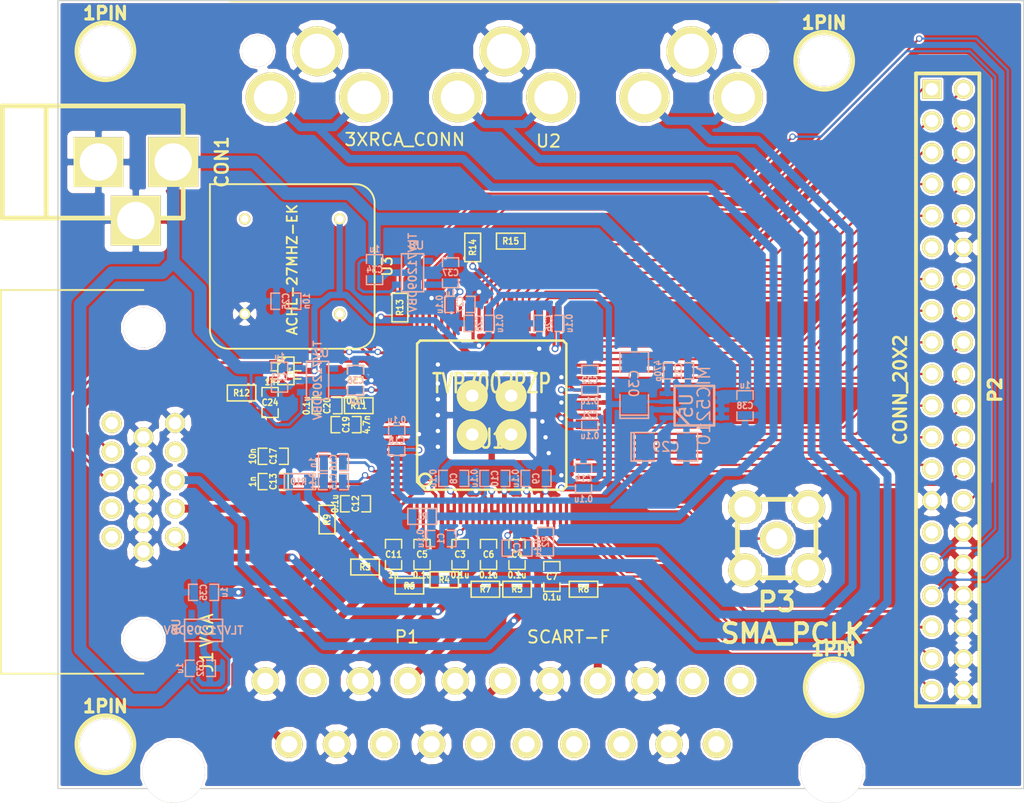
<source format=kicad_pcb>
(kicad_pcb (version 3) (host pcbnew "(22-Jun-2014 BZR 4027)-stable")
  (layers (15 F.Cu signal) (0 B.Cu signal) (18 B.Paste user) (19 F.Paste user) (20 B.SilkS user) (21 F.SilkS user) (22 B.Mask user) (23 F.Mask user) (28 Edge.Cuts user))
  (net 0 "")
  (net 1 /A33VDD)
  (net 2 /AVDD)
  (net 3 /B_0)
  (net 4 /B_1)
  (net 5 /B_2)
  (net 6 /B_3)
  (net 7 /B_4)
  (net 8 /B_5)
  (net 9 /B_6)
  (net 10 /B_7)
  (net 11 /CLK27)
  (net 12 /DVDD)
  (net 13 /FIDOUT)
  (net 14 /G_0)
  (net 15 /G_1)
  (net 16 /G_2)
  (net 17 /G_3)
  (net 18 /G_4)
  (net 19 /G_5)
  (net 20 /G_6)
  (net 21 /G_7)
  (net 22 /HSOUT)
  (net 23 /IOVDD)
  (net 24 /PCLK)
  (net 25 /PLL_VDD)
  (net 26 /RESET)
  (net 27 /RGB1_B)
  (net 28 /RGB1_G)
  (net 29 /RGB1_R)
  (net 30 /RGB1_S)
  (net 31 /RGB2_B)
  (net 32 /RGB2_G)
  (net 33 /RGB2_HS)
  (net 34 /RGB2_HS_B)
  (net 35 /RGB2_R)
  (net 36 /RGB2_VS)
  (net 37 /RGB2_VS_B)
  (net 38 /RGB3_B)
  (net 39 /RGB3_G)
  (net 40 /RGB3_R)
  (net 41 /R_0)
  (net 42 /R_1)
  (net 43 /R_2)
  (net 44 /R_3)
  (net 45 /R_4)
  (net 46 /R_5)
  (net 47 /R_6)
  (net 48 /R_7)
  (net 49 /SCL)
  (net 50 /SDA)
  (net 51 /VSOUT)
  (net 52 GND)
  (net 53 N-0000036)
  (net 54 N-0000044)
  (net 55 N-0000045)
  (net 56 N-0000046)
  (net 57 N-0000047)
  (net 58 N-0000054)
  (net 59 N-0000055)
  (net 60 N-0000057)
  (net 61 N-0000058)
  (net 62 N-0000060)
  (net 63 N-0000061)
  (net 64 N-0000062)
  (net 65 N-0000071)
  (net 66 N-0000072)
  (net 67 N-0000073)
  (net 68 N-0000088)
  (net 69 N-0000089)
  (net 70 N-0000090)
  (net 71 N-0000095)
  (net 72 N-0000096)
  (module SCART_CONN (layer F.Cu) (at 64.77 76.708)
    (fp_text reference P1 (at -24.84 -8.61) (layer F.SilkS))
    (fp_text value SCART-F (at -11.87 -8.61) (layer F.SilkS))
    (pad 2 thru_hole circle (at 0 0) (size 2.2 2.2) (drill 1.3) (layers *.Cu *.Mask F.SilkS))
    (pad 3 thru_hole circle (at -1.905 -5.08) (size 2.2 2.2) (drill 1.3) (layers *.Cu *.Mask F.SilkS))
    (pad 4 thru_hole circle (at -3.81 0) (size 2.2 2.2) (drill 1.3) (layers *.Cu *.Mask F.SilkS) (net 52 GND))
    (pad 5 thru_hole circle (at -5.715 -5.08) (size 2.2 2.2) (drill 1.3) (layers *.Cu *.Mask F.SilkS) (net 52 GND))
    (pad 6 thru_hole circle (at -7.62 0) (size 2.2 2.2) (drill 1.3) (layers *.Cu *.Mask F.SilkS))
    (pad 7 thru_hole circle (at -9.525 -5.08) (size 2.2 2.2) (drill 1.3) (layers *.Cu *.Mask F.SilkS) (net 27 /RGB1_B))
    (pad 8 thru_hole circle (at -11.43 0) (size 2.2 2.2) (drill 1.3) (layers *.Cu *.Mask F.SilkS))
    (pad 9 thru_hole circle (at -13.335 -5.08) (size 2.2 2.2) (drill 1.3) (layers *.Cu *.Mask F.SilkS) (net 52 GND))
    (pad 10 thru_hole circle (at -15.24 0) (size 2.2 2.2) (drill 1.3) (layers *.Cu *.Mask F.SilkS))
    (pad 11 thru_hole circle (at -17.145 -5.08) (size 2.2 2.2) (drill 1.3) (layers *.Cu *.Mask F.SilkS) (net 28 /RGB1_G))
    (pad 12 thru_hole circle (at -19.05 0) (size 2.2 2.2) (drill 1.3) (layers *.Cu *.Mask F.SilkS))
    (pad 13 thru_hole circle (at -20.955 -5.08) (size 2.2 2.2) (drill 1.3) (layers *.Cu *.Mask F.SilkS) (net 52 GND))
    (pad 20 thru_hole circle (at -34.29 0) (size 2.2 2.2) (drill 1.3) (layers *.Cu *.Mask F.SilkS) (net 30 /RGB1_S))
    (pad 15 thru_hole circle (at -24.765 -5.08) (size 2.2 2.2) (drill 1.3) (layers *.Cu *.Mask F.SilkS) (net 29 /RGB1_R))
    (pad 14 thru_hole circle (at -22.86 0) (size 2.2 2.2) (drill 1.3) (layers *.Cu *.Mask F.SilkS) (net 52 GND))
    (pad 17 thru_hole circle (at -28.575 -5.08) (size 2.2 2.2) (drill 1.3) (layers *.Cu *.Mask F.SilkS) (net 52 GND))
    (pad 16 thru_hole circle (at -26.67 0) (size 2.2 2.2) (drill 1.3) (layers *.Cu *.Mask F.SilkS))
    (pad 19 thru_hole circle (at -32.385 -5.08) (size 2.2 2.2) (drill 1.3) (layers *.Cu *.Mask F.SilkS))
    (pad 18 thru_hole circle (at -30.48 0) (size 2.2 2.2) (drill 1.3) (layers *.Cu *.Mask F.SilkS) (net 52 GND))
    (pad 21 thru_hole circle (at -36.195 -5.08) (size 2.2 2.2) (drill 1.3) (layers *.Cu *.Mask F.SilkS) (net 52 GND))
    (pad 1 thru_hole circle (at 1.905 -5.08) (size 2.2 2.2) (drill 1.3) (layers *.Cu *.Mask F.SilkS))
    (pad "" thru_hole circle (at -43.54 2.2) (size 5 5) (drill 5) (layers *.Cu *.Mask F.SilkS))
    (pad "" thru_hole circle (at 9.25 2.2) (size 5 5) (drill 5) (layers *.Cu *.Mask F.SilkS))
  )
  (module 1pin (layer F.Cu) (at 15.748 76.708)
    (fp_text reference 1PIN (at 0 -3.048) (layer F.SilkS) (effects (font (size 1.016 1.016) (thickness 0.254))))
    (fp_text value P*** hide)
    (pad "" thru_hole circle (at 0 0) (size 4 4) (drill 4) (layers *.Cu *.Mask F.SilkS))
  )
  (module 1pin (layer F.Cu) (at 15.748 21.082)
    (fp_text reference 1PIN (at 0 -3.048) (layer F.SilkS) (effects (font (size 1.016 1.016) (thickness 0.254))))
    (fp_text value P*** hide)
    (pad "" thru_hole circle (at 0 0) (size 4 4) (drill 4) (layers *.Cu *.Mask F.SilkS))
  )
  (module 1pin (layer F.Cu) (at 73.406 21.844)
    (fp_text reference 1PIN (at 0 -3.048) (layer F.SilkS) (effects (font (size 1.016 1.016) (thickness 0.254))))
    (fp_text value P*** hide)
    (pad "" thru_hole circle (at 0 0) (size 4 4) (drill 4) (layers *.Cu *.Mask F.SilkS))
  )
  (module SM0603_Capa (layer B.Cu) (at 43.434 38.862 90)
    (fp_text reference C37 (at 0 0 360) (layer B.SilkS) (effects (font (size 0.508 0.4572) (thickness 0.1143)) (justify mirror)))
    (fp_text value 1u (at -1.651 0 360) (layer B.SilkS) (effects (font (size 0.508 0.4572) (thickness 0.1143)) (justify mirror)))
    (pad 1 smd rect (at -0.762 0 90) (size 0.635 1.143) (layers B.Cu B.Paste B.Mask) (net 12 /DVDD))
    (pad 2 smd rect (at 0.762 0 90) (size 0.635 1.143) (layers B.Cu B.Paste B.Mask) (net 52 GND))
  )
  (module SM0603_Capa (layer B.Cu) (at 37.338 38.608 270)
    (fp_text reference C34 (at 0 0 540) (layer B.SilkS) (effects (font (size 0.508 0.4572) (thickness 0.1143)) (justify mirror)))
    (fp_text value 1u (at -1.651 0 540) (layer B.SilkS) (effects (font (size 0.508 0.4572) (thickness 0.1143)) (justify mirror)))
    (pad 1 smd rect (at -0.762 0 270) (size 0.635 1.143) (layers B.Cu B.Paste B.Mask) (net 68 N-0000088))
    (pad 2 smd rect (at 0.762 0 270) (size 0.635 1.143) (layers B.Cu B.Paste B.Mask) (net 52 GND))
  )
  (module SOT23-5 (layer B.Cu) (at 40.386 38.862 90)
    (fp_text reference U8 (at 2.19964 0.29972 360) (layer B.SilkS) (effects (font (size 0.635 0.635) (thickness 0.127)) (justify mirror)))
    (fp_text value TLV71209DBV (at 0 0 90) (layer B.SilkS) (effects (font (size 0.635 0.635) (thickness 0.127)) (justify mirror)))
    (pad 1 smd rect (at -0.9525 -1.27 90) (size 0.508 0.762) (layers B.Cu B.Paste B.Mask) (net 68 N-0000088))
    (pad 3 smd rect (at 0.9525 -1.27 90) (size 0.508 0.762) (layers B.Cu B.Paste B.Mask) (net 68 N-0000088))
    (pad 5 smd rect (at -0.9525 1.27 90) (size 0.508 0.762) (layers B.Cu B.Paste B.Mask) (net 12 /DVDD))
    (pad 2 smd rect (at 0 -1.27 90) (size 0.508 0.762) (layers B.Cu B.Paste B.Mask) (net 52 GND))
    (pad 4 smd rect (at 0.9525 1.27 90) (size 0.508 0.762) (layers B.Cu B.Paste B.Mask))
  )
  (module VGA_CONN (layer F.Cu) (at 18.796 56.646 270)
    (fp_text reference J1 (at 13.458 -5.08 270) (layer F.SilkS))
    (fp_text value VGA (at 10.918 -5.08 270) (layer F.SilkS))
    (pad 8 thru_hole circle (at 0 0 270) (size 1.6 1.6) (drill 1) (layers *.Cu *.Mask F.SilkS) (net 52 GND))
    (pad 9 thru_hole circle (at -2.29 0 270) (size 1.6 1.6) (drill 1) (layers *.Cu *.Mask F.SilkS))
    (pad 10 thru_hole circle (at -4.58 0 270) (size 1.6 1.6) (drill 1) (layers *.Cu *.Mask F.SilkS) (net 52 GND))
    (pad 1 thru_hole circle (at 3.44 -2.54 270) (size 1.6 1.6) (drill 1) (layers *.Cu *.Mask F.SilkS) (net 35 /RGB2_R))
    (pad 2 thru_hole circle (at 1.15 -2.54 270) (size 1.6 1.6) (drill 1) (layers *.Cu *.Mask F.SilkS) (net 32 /RGB2_G))
    (pad 3 thru_hole circle (at -1.14 -2.54 270) (size 1.6 1.6) (drill 1) (layers *.Cu *.Mask F.SilkS) (net 31 /RGB2_B))
    (pad 4 thru_hole circle (at -3.43 -2.54 270) (size 1.6 1.6) (drill 1) (layers *.Cu *.Mask F.SilkS))
    (pad 5 thru_hole circle (at -5.72 -2.54 270) (size 1.6 1.6) (drill 1) (layers *.Cu *.Mask F.SilkS) (net 52 GND))
    (pad 6 thru_hole circle (at 4.58 0 270) (size 1.6 1.6) (drill 1) (layers *.Cu *.Mask F.SilkS) (net 52 GND))
    (pad 7 thru_hole circle (at 2.29 0 270) (size 1.6 1.6) (drill 1) (layers *.Cu *.Mask F.SilkS) (net 52 GND))
    (pad 11 thru_hole circle (at 3.44 2.54 270) (size 1.6 1.6) (drill 1) (layers *.Cu *.Mask F.SilkS))
    (pad 12 thru_hole circle (at 1.15 2.54 270) (size 1.6 1.6) (drill 1) (layers *.Cu *.Mask F.SilkS))
    (pad 13 thru_hole circle (at -1.14 2.54 270) (size 1.6 1.6) (drill 1) (layers *.Cu *.Mask F.SilkS) (net 33 /RGB2_HS))
    (pad 14 thru_hole circle (at -3.43 2.54 270) (size 1.6 1.6) (drill 1) (layers *.Cu *.Mask F.SilkS) (net 36 /RGB2_VS))
    (pad 15 thru_hole circle (at -5.72 2.54 270) (size 1.6 1.6) (drill 1) (layers *.Cu *.Mask F.SilkS))
    (pad "" thru_hole circle (at 11.62 0 270) (size 3.2 3.2) (drill 3.2) (layers *.Cu *.Mask F.SilkS))
    (pad "" thru_hole circle (at -13.38 0 270) (size 3.2 3.2) (drill 3.2) (layers *.Cu *.Mask F.SilkS))
  )
  (module SOT23-5 (layer B.Cu) (at 32.766 47.498 90)
    (fp_text reference U7 (at 2.19964 0.29972 360) (layer B.SilkS) (effects (font (size 0.635 0.635) (thickness 0.127)) (justify mirror)))
    (fp_text value TLV71209DBV (at 0 0 90) (layer B.SilkS) (effects (font (size 0.635 0.635) (thickness 0.127)) (justify mirror)))
    (pad 1 smd rect (at -0.9525 -1.27 90) (size 0.508 0.762) (layers B.Cu B.Paste B.Mask) (net 68 N-0000088))
    (pad 3 smd rect (at 0.9525 -1.27 90) (size 0.508 0.762) (layers B.Cu B.Paste B.Mask) (net 68 N-0000088))
    (pad 5 smd rect (at -0.9525 1.27 90) (size 0.508 0.762) (layers B.Cu B.Paste B.Mask) (net 25 /PLL_VDD))
    (pad 2 smd rect (at 0 -1.27 90) (size 0.508 0.762) (layers B.Cu B.Paste B.Mask) (net 52 GND))
    (pad 4 smd rect (at 0.9525 1.27 90) (size 0.508 0.762) (layers B.Cu B.Paste B.Mask))
  )
  (module SOT23-5 (layer B.Cu) (at 23.622 67.564 180)
    (fp_text reference U6 (at 2.19964 0.29972 450) (layer B.SilkS) (effects (font (size 0.635 0.635) (thickness 0.127)) (justify mirror)))
    (fp_text value TLV71209DBV (at 0 0 180) (layer B.SilkS) (effects (font (size 0.635 0.635) (thickness 0.127)) (justify mirror)))
    (pad 1 smd rect (at -0.9525 -1.27 180) (size 0.508 0.762) (layers B.Cu B.Paste B.Mask) (net 68 N-0000088))
    (pad 3 smd rect (at 0.9525 -1.27 180) (size 0.508 0.762) (layers B.Cu B.Paste B.Mask) (net 68 N-0000088))
    (pad 5 smd rect (at -0.9525 1.27 180) (size 0.508 0.762) (layers B.Cu B.Paste B.Mask) (net 2 /AVDD))
    (pad 2 smd rect (at 0 -1.27 180) (size 0.508 0.762) (layers B.Cu B.Paste B.Mask) (net 52 GND))
    (pad 4 smd rect (at 0.9525 1.27 180) (size 0.508 0.762) (layers B.Cu B.Paste B.Mask))
  )
  (module SMA_CONN (layer F.Cu) (at 69.596 60.198)
    (fp_text reference P3 (at 0 5.08) (layer F.SilkS) (effects (font (size 1.524 1.524) (thickness 0.3048))))
    (fp_text value SMA_PCLK (at 1.27 7.62) (layer F.SilkS) (effects (font (size 1.524 1.524) (thickness 0.3048))))
    (pad 1 thru_hole circle (at 0 0) (size 2.7 2.7) (drill 1.7) (layers *.Cu *.Mask F.SilkS) (net 24 /PCLK))
    (pad 2 thru_hole circle (at 2.54 -2.54) (size 2.7 2.7) (drill 1.7) (layers *.Cu *.Mask F.SilkS) (net 52 GND))
    (pad 2 thru_hole circle (at -2.54 -2.54) (size 2.7 2.7) (drill 1.7) (layers *.Cu *.Mask F.SilkS) (net 52 GND))
    (pad 2 thru_hole circle (at -2.54 2.54) (size 2.7 2.7) (drill 1.7) (layers *.Cu *.Mask F.SilkS) (net 52 GND))
    (pad 2 thru_hole circle (at 2.54 2.54) (size 2.7 2.7) (drill 1.7) (layers *.Cu *.Mask F.SilkS) (net 52 GND))
  )
  (module SM1206POL (layer B.Cu) (at 60.706 52.832)
    (fp_text reference C29 (at 0 0) (layer B.SilkS) (effects (font (size 0.762 0.762) (thickness 0.127)) (justify mirror)))
    (fp_text value 2.2u hide)
    (pad 1 smd rect (at -1.651 0) (size 1.524 2.032) (layers B.Cu B.Paste B.Mask) (net 1 /A33VDD))
    (pad 2 smd rect (at 1.651 0) (size 1.524 2.032) (layers B.Cu B.Paste B.Mask) (net 52 GND))
  )
  (module SM1206POL (layer B.Cu) (at 58.166 47.752 90)
    (fp_text reference C30 (at 0 0 90) (layer B.SilkS) (effects (font (size 0.762 0.762) (thickness 0.127)) (justify mirror)))
    (fp_text value 2.2u hide)
    (pad 1 smd rect (at -1.651 0 90) (size 1.524 2.032) (layers B.Cu B.Paste B.Mask) (net 23 /IOVDD))
    (pad 2 smd rect (at 1.651 0 90) (size 1.524 2.032) (layers B.Cu B.Paste B.Mask) (net 52 GND))
  )
  (module SM0603_Capa (layer B.Cu) (at 45.72 42.926 180)
    (fp_text reference C28 (at 0 0 450) (layer B.SilkS) (effects (font (size 0.508 0.4572) (thickness 0.1143)) (justify mirror)))
    (fp_text value 0.1u (at -1.651 0 450) (layer B.SilkS) (effects (font (size 0.508 0.4572) (thickness 0.1143)) (justify mirror)))
    (pad 1 smd rect (at -0.762 0 180) (size 0.635 1.143) (layers B.Cu B.Paste B.Mask) (net 23 /IOVDD))
    (pad 2 smd rect (at 0.762 0 180) (size 0.635 1.143) (layers B.Cu B.Paste B.Mask) (net 52 GND))
  )
  (module SM0603_Capa (layer F.Cu) (at 41.148 61.468 90)
    (fp_text reference C5 (at 0 0 180) (layer F.SilkS) (effects (font (size 0.508 0.4572) (thickness 0.1143))))
    (fp_text value 0.1u (at -1.651 0 180) (layer F.SilkS) (effects (font (size 0.508 0.4572) (thickness 0.1143))))
    (pad 1 smd rect (at -0.762 0 90) (size 0.635 1.143) (layers F.Cu F.Paste F.Mask) (net 28 /RGB1_G))
    (pad 2 smd rect (at 0.762 0 90) (size 0.635 1.143) (layers F.Cu F.Paste F.Mask) (net 59 N-0000055))
  )
  (module SM0603_Capa (layer B.Cu) (at 43.688 55.372)
    (fp_text reference C8 (at 0 0 270) (layer B.SilkS) (effects (font (size 0.508 0.4572) (thickness 0.1143)) (justify mirror)))
    (fp_text value 0.1u (at -1.651 0 270) (layer B.SilkS) (effects (font (size 0.508 0.4572) (thickness 0.1143)) (justify mirror)))
    (pad 1 smd rect (at -0.762 0) (size 0.635 1.143) (layers B.Cu B.Paste B.Mask) (net 2 /AVDD))
    (pad 2 smd rect (at 0.762 0) (size 0.635 1.143) (layers B.Cu B.Paste B.Mask) (net 52 GND))
  )
  (module SM0603_Capa (layer F.Cu) (at 35.814 57.404)
    (fp_text reference C12 (at 0 0 90) (layer F.SilkS) (effects (font (size 0.508 0.4572) (thickness 0.1143))))
    (fp_text value 0.1u (at -1.651 0 90) (layer F.SilkS) (effects (font (size 0.508 0.4572) (thickness 0.1143))))
    (pad 1 smd rect (at -0.762 0) (size 0.635 1.143) (layers F.Cu F.Paste F.Mask) (net 32 /RGB2_G))
    (pad 2 smd rect (at 0.762 0) (size 0.635 1.143) (layers F.Cu F.Paste F.Mask) (net 67 N-0000073))
  )
  (module SM0603_Capa (layer F.Cu) (at 29.21 55.626)
    (fp_text reference C13 (at 0 0 90) (layer F.SilkS) (effects (font (size 0.508 0.4572) (thickness 0.1143))))
    (fp_text value 1n (at -1.651 0 90) (layer F.SilkS) (effects (font (size 0.508 0.4572) (thickness 0.1143))))
    (pad 1 smd rect (at -0.762 0) (size 0.635 1.143) (layers F.Cu F.Paste F.Mask) (net 52 GND))
    (pad 2 smd rect (at 0.762 0) (size 0.635 1.143) (layers F.Cu F.Paste F.Mask) (net 70 N-0000090))
  )
  (module SM0603_Capa (layer B.Cu) (at 34.036 55.626)
    (fp_text reference C15 (at 0 0 270) (layer B.SilkS) (effects (font (size 0.508 0.4572) (thickness 0.1143)) (justify mirror)))
    (fp_text value 0.1u (at -1.651 0 270) (layer B.SilkS) (effects (font (size 0.508 0.4572) (thickness 0.1143)) (justify mirror)))
    (pad 1 smd rect (at -0.762 0) (size 0.635 1.143) (layers B.Cu B.Paste B.Mask) (net 39 /RGB3_G))
    (pad 2 smd rect (at 0.762 0) (size 0.635 1.143) (layers B.Cu B.Paste B.Mask) (net 66 N-0000072))
  )
  (module SM0603_Capa (layer B.Cu) (at 34.036 54.102)
    (fp_text reference C16 (at 0 0 270) (layer B.SilkS) (effects (font (size 0.508 0.4572) (thickness 0.1143)) (justify mirror)))
    (fp_text value 1n (at -1.651 0 270) (layer B.SilkS) (effects (font (size 0.508 0.4572) (thickness 0.1143)) (justify mirror)))
    (pad 1 smd rect (at -0.762 0) (size 0.635 1.143) (layers B.Cu B.Paste B.Mask) (net 39 /RGB3_G))
    (pad 2 smd rect (at 0.762 0) (size 0.635 1.143) (layers B.Cu B.Paste B.Mask) (net 69 N-0000089))
  )
  (module SM0603_Capa (layer F.Cu) (at 29.21 53.594)
    (fp_text reference C17 (at 0 0 90) (layer F.SilkS) (effects (font (size 0.508 0.4572) (thickness 0.1143))))
    (fp_text value 10n (at -1.651 0 90) (layer F.SilkS) (effects (font (size 0.508 0.4572) (thickness 0.1143))))
    (pad 1 smd rect (at -0.762 0) (size 0.635 1.143) (layers F.Cu F.Paste F.Mask) (net 52 GND))
    (pad 2 smd rect (at 0.762 0) (size 0.635 1.143) (layers F.Cu F.Paste F.Mask) (net 65 N-0000071))
  )
  (module SM0603_Capa (layer B.Cu) (at 50.292 55.372)
    (fp_text reference C9 (at 0 0 270) (layer B.SilkS) (effects (font (size 0.508 0.4572) (thickness 0.1143)) (justify mirror)))
    (fp_text value 0.1u (at -1.651 0 270) (layer B.SilkS) (effects (font (size 0.508 0.4572) (thickness 0.1143)) (justify mirror)))
    (pad 1 smd rect (at -0.762 0) (size 0.635 1.143) (layers B.Cu B.Paste B.Mask) (net 2 /AVDD))
    (pad 2 smd rect (at 0.762 0) (size 0.635 1.143) (layers B.Cu B.Paste B.Mask) (net 52 GND))
  )
  (module SM0603_Capa (layer B.Cu) (at 39.116 52.324 270)
    (fp_text reference C18 (at 0 0 540) (layer B.SilkS) (effects (font (size 0.508 0.4572) (thickness 0.1143)) (justify mirror)))
    (fp_text value 0.1u (at -1.651 0 540) (layer B.SilkS) (effects (font (size 0.508 0.4572) (thickness 0.1143)) (justify mirror)))
    (pad 1 smd rect (at -0.762 0 270) (size 0.635 1.143) (layers B.Cu B.Paste B.Mask) (net 52 GND))
    (pad 2 smd rect (at 0.762 0 270) (size 0.635 1.143) (layers B.Cu B.Paste B.Mask) (net 1 /A33VDD))
  )
  (module SM0603_Capa (layer F.Cu) (at 35.814 47.498 90)
    (fp_text reference C23 (at 0 0 180) (layer F.SilkS) (effects (font (size 0.508 0.4572) (thickness 0.1143))))
    (fp_text value 0.1u (at -1.651 0 180) (layer F.SilkS) (effects (font (size 0.508 0.4572) (thickness 0.1143))))
    (pad 1 smd rect (at -0.762 0 90) (size 0.635 1.143) (layers F.Cu F.Paste F.Mask) (net 25 /PLL_VDD))
    (pad 2 smd rect (at 0.762 0 90) (size 0.635 1.143) (layers F.Cu F.Paste F.Mask) (net 52 GND))
  )
  (module SM0603_Capa (layer B.Cu) (at 44.196 41.402)
    (fp_text reference C27 (at 0 0 270) (layer B.SilkS) (effects (font (size 0.508 0.4572) (thickness 0.1143)) (justify mirror)))
    (fp_text value 0.1u (at -1.651 0 270) (layer B.SilkS) (effects (font (size 0.508 0.4572) (thickness 0.1143)) (justify mirror)))
    (pad 1 smd rect (at -0.762 0) (size 0.635 1.143) (layers B.Cu B.Paste B.Mask) (net 12 /DVDD))
    (pad 2 smd rect (at 0.762 0) (size 0.635 1.143) (layers B.Cu B.Paste B.Mask) (net 52 GND))
  )
  (module SM0603_Capa (layer B.Cu) (at 23.622 64.516 180)
    (fp_text reference C35 (at 0 0 450) (layer B.SilkS) (effects (font (size 0.508 0.4572) (thickness 0.1143)) (justify mirror)))
    (fp_text value 1u (at -1.651 0 450) (layer B.SilkS) (effects (font (size 0.508 0.4572) (thickness 0.1143)) (justify mirror)))
    (pad 1 smd rect (at -0.762 0 180) (size 0.635 1.143) (layers B.Cu B.Paste B.Mask) (net 2 /AVDD))
    (pad 2 smd rect (at 0.762 0 180) (size 0.635 1.143) (layers B.Cu B.Paste B.Mask) (net 52 GND))
  )
  (module SM0603_Capa (layer B.Cu) (at 51.308 42.926 180)
    (fp_text reference C26 (at 0 0 450) (layer B.SilkS) (effects (font (size 0.508 0.4572) (thickness 0.1143)) (justify mirror)))
    (fp_text value 0.1u (at -1.651 0 450) (layer B.SilkS) (effects (font (size 0.508 0.4572) (thickness 0.1143)) (justify mirror)))
    (pad 1 smd rect (at -0.762 0 180) (size 0.635 1.143) (layers B.Cu B.Paste B.Mask) (net 23 /IOVDD))
    (pad 2 smd rect (at 0.762 0 180) (size 0.635 1.143) (layers B.Cu B.Paste B.Mask) (net 52 GND))
  )
  (module SM0603_Capa (layer B.Cu) (at 54.102 55.372 90)
    (fp_text reference C14 (at 0 0 360) (layer B.SilkS) (effects (font (size 0.508 0.4572) (thickness 0.1143)) (justify mirror)))
    (fp_text value 0.1u (at -1.651 0 360) (layer B.SilkS) (effects (font (size 0.508 0.4572) (thickness 0.1143)) (justify mirror)))
    (pad 1 smd rect (at -0.762 0 90) (size 0.635 1.143) (layers B.Cu B.Paste B.Mask) (net 23 /IOVDD))
    (pad 2 smd rect (at 0.762 0 90) (size 0.635 1.143) (layers B.Cu B.Paste B.Mask) (net 52 GND))
  )
  (module SM0603_Capa (layer B.Cu) (at 54.61 50.292 90)
    (fp_text reference C21 (at 0 0 360) (layer B.SilkS) (effects (font (size 0.508 0.4572) (thickness 0.1143)) (justify mirror)))
    (fp_text value 0.1u (at -1.651 0 360) (layer B.SilkS) (effects (font (size 0.508 0.4572) (thickness 0.1143)) (justify mirror)))
    (pad 1 smd rect (at -0.762 0 90) (size 0.635 1.143) (layers B.Cu B.Paste B.Mask) (net 12 /DVDD))
    (pad 2 smd rect (at 0.762 0 90) (size 0.635 1.143) (layers B.Cu B.Paste B.Mask) (net 52 GND))
  )
  (module SM0603_Capa (layer B.Cu) (at 54.61 47.498 90)
    (fp_text reference C22 (at 0 0 360) (layer B.SilkS) (effects (font (size 0.508 0.4572) (thickness 0.1143)) (justify mirror)))
    (fp_text value 0.1u (at -1.651 0 360) (layer B.SilkS) (effects (font (size 0.508 0.4572) (thickness 0.1143)) (justify mirror)))
    (pad 1 smd rect (at -0.762 0 90) (size 0.635 1.143) (layers B.Cu B.Paste B.Mask) (net 23 /IOVDD))
    (pad 2 smd rect (at 0.762 0 90) (size 0.635 1.143) (layers B.Cu B.Paste B.Mask) (net 52 GND))
  )
  (module SM0603_Capa (layer F.Cu) (at 33.528 49.53)
    (fp_text reference C20 (at 0 0 90) (layer F.SilkS) (effects (font (size 0.508 0.4572) (thickness 0.1143))))
    (fp_text value 0.1u (at -1.651 0 90) (layer F.SilkS) (effects (font (size 0.508 0.4572) (thickness 0.1143))))
    (pad 1 smd rect (at -0.762 0) (size 0.635 1.143) (layers F.Cu F.Paste F.Mask) (net 55 N-0000045))
    (pad 2 smd rect (at 0.762 0) (size 0.635 1.143) (layers F.Cu F.Paste F.Mask) (net 56 N-0000046))
  )
  (module SM0603_Capa (layer F.Cu) (at 35.052 51.054 180)
    (fp_text reference C19 (at 0 0 270) (layer F.SilkS) (effects (font (size 0.508 0.4572) (thickness 0.1143))))
    (fp_text value 4.7n (at -1.651 0 270) (layer F.SilkS) (effects (font (size 0.508 0.4572) (thickness 0.1143))))
    (pad 1 smd rect (at -0.762 0 180) (size 0.635 1.143) (layers F.Cu F.Paste F.Mask) (net 57 N-0000047))
    (pad 2 smd rect (at 0.762 0 180) (size 0.635 1.143) (layers F.Cu F.Paste F.Mask) (net 55 N-0000045))
  )
  (module SM0603_Capa (layer F.Cu) (at 28.956 49.276 270)
    (fp_text reference C24 (at 0 0 360) (layer F.SilkS) (effects (font (size 0.508 0.4572) (thickness 0.1143))))
    (fp_text value 1n (at -1.651 0 360) (layer F.SilkS) (effects (font (size 0.508 0.4572) (thickness 0.1143))))
    (pad 1 smd rect (at -0.762 0 270) (size 0.635 1.143) (layers F.Cu F.Paste F.Mask) (net 53 N-0000036))
    (pad 2 smd rect (at 0.762 0 270) (size 0.635 1.143) (layers F.Cu F.Paste F.Mask) (net 52 GND))
  )
  (module SM0603_Capa (layer B.Cu) (at 30.226 41.148 180)
    (fp_text reference C25 (at 0 0 450) (layer B.SilkS) (effects (font (size 0.508 0.4572) (thickness 0.1143)) (justify mirror)))
    (fp_text value 10n (at -1.651 0 450) (layer B.SilkS) (effects (font (size 0.508 0.4572) (thickness 0.1143)) (justify mirror)))
    (pad 1 smd rect (at -0.762 0 180) (size 0.635 1.143) (layers B.Cu B.Paste B.Mask) (net 23 /IOVDD))
    (pad 2 smd rect (at 0.762 0 180) (size 0.635 1.143) (layers B.Cu B.Paste B.Mask) (net 52 GND))
  )
  (module SM0603_Capa (layer F.Cu) (at 38.862 61.468 90)
    (fp_text reference C11 (at 0 0 180) (layer F.SilkS) (effects (font (size 0.508 0.4572) (thickness 0.1143))))
    (fp_text value 1n (at -1.651 0 180) (layer F.SilkS) (effects (font (size 0.508 0.4572) (thickness 0.1143))))
    (pad 1 smd rect (at -0.762 0 90) (size 0.635 1.143) (layers F.Cu F.Paste F.Mask) (net 30 /RGB1_S))
    (pad 2 smd rect (at 0.762 0 90) (size 0.635 1.143) (layers F.Cu F.Paste F.Mask) (net 71 N-0000095))
  )
  (module SM0603_Capa (layer B.Cu) (at 67.056 49.53 270)
    (fp_text reference C38 (at 0 0 540) (layer B.SilkS) (effects (font (size 0.508 0.4572) (thickness 0.1143)) (justify mirror)))
    (fp_text value 1u (at -1.651 0 540) (layer B.SilkS) (effects (font (size 0.508 0.4572) (thickness 0.1143)) (justify mirror)))
    (pad 1 smd rect (at -0.762 0 270) (size 0.635 1.143) (layers B.Cu B.Paste B.Mask) (net 68 N-0000088))
    (pad 2 smd rect (at 0.762 0 270) (size 0.635 1.143) (layers B.Cu B.Paste B.Mask) (net 52 GND))
  )
  (module SM0603_Capa (layer B.Cu) (at 61.722 46.736)
    (fp_text reference C31 (at 0 0 270) (layer B.SilkS) (effects (font (size 0.508 0.4572) (thickness 0.1143)) (justify mirror)))
    (fp_text value 470p (at -1.651 0 270) (layer B.SilkS) (effects (font (size 0.508 0.4572) (thickness 0.1143)) (justify mirror)))
    (pad 1 smd rect (at -0.762 0) (size 0.635 1.143) (layers B.Cu B.Paste B.Mask) (net 72 N-0000096))
    (pad 2 smd rect (at 0.762 0) (size 0.635 1.143) (layers B.Cu B.Paste B.Mask) (net 52 GND))
  )
  (module SM0603_Capa (layer F.Cu) (at 46.482 61.468 90)
    (fp_text reference C6 (at 0 0 180) (layer F.SilkS) (effects (font (size 0.508 0.4572) (thickness 0.1143))))
    (fp_text value 0.1u (at -1.651 0 180) (layer F.SilkS) (effects (font (size 0.508 0.4572) (thickness 0.1143))))
    (pad 1 smd rect (at -0.762 0 90) (size 0.635 1.143) (layers F.Cu F.Paste F.Mask) (net 29 /RGB1_R))
    (pad 2 smd rect (at 0.762 0 90) (size 0.635 1.143) (layers F.Cu F.Paste F.Mask) (net 64 N-0000062))
  )
  (module SM0603_Capa (layer F.Cu) (at 44.196 61.468 90)
    (fp_text reference C3 (at 0 0 180) (layer F.SilkS) (effects (font (size 0.508 0.4572) (thickness 0.1143))))
    (fp_text value 0.1u (at -1.651 0 180) (layer F.SilkS) (effects (font (size 0.508 0.4572) (thickness 0.1143))))
    (pad 1 smd rect (at -0.762 0 90) (size 0.635 1.143) (layers F.Cu F.Paste F.Mask) (net 35 /RGB2_R))
    (pad 2 smd rect (at 0.762 0 90) (size 0.635 1.143) (layers F.Cu F.Paste F.Mask) (net 63 N-0000061))
  )
  (module SM0603_Capa (layer B.Cu) (at 42.672 60.198)
    (fp_text reference C1 (at 0 0 270) (layer B.SilkS) (effects (font (size 0.508 0.4572) (thickness 0.1143)) (justify mirror)))
    (fp_text value 0.1u (at -1.651 0 270) (layer B.SilkS) (effects (font (size 0.508 0.4572) (thickness 0.1143)) (justify mirror)))
    (pad 1 smd rect (at -0.762 0) (size 0.635 1.143) (layers B.Cu B.Paste B.Mask) (net 40 /RGB3_R))
    (pad 2 smd rect (at 0.762 0) (size 0.635 1.143) (layers B.Cu B.Paste B.Mask) (net 62 N-0000060))
  )
  (module SM0603_Capa (layer B.Cu) (at 29.718 47.244 270)
    (fp_text reference C33 (at 0 0 540) (layer B.SilkS) (effects (font (size 0.508 0.4572) (thickness 0.1143)) (justify mirror)))
    (fp_text value 1u (at -1.651 0 540) (layer B.SilkS) (effects (font (size 0.508 0.4572) (thickness 0.1143)) (justify mirror)))
    (pad 1 smd rect (at -0.762 0 270) (size 0.635 1.143) (layers B.Cu B.Paste B.Mask) (net 68 N-0000088))
    (pad 2 smd rect (at 0.762 0 270) (size 0.635 1.143) (layers B.Cu B.Paste B.Mask) (net 52 GND))
  )
  (module SM0603_Capa (layer F.Cu) (at 51.562 63.246 90)
    (fp_text reference C7 (at 0 0 180) (layer F.SilkS) (effects (font (size 0.508 0.4572) (thickness 0.1143))))
    (fp_text value 0.1u (at -1.651 0 180) (layer F.SilkS) (effects (font (size 0.508 0.4572) (thickness 0.1143))))
    (pad 1 smd rect (at -0.762 0 90) (size 0.635 1.143) (layers F.Cu F.Paste F.Mask) (net 27 /RGB1_B))
    (pad 2 smd rect (at 0.762 0 90) (size 0.635 1.143) (layers F.Cu F.Paste F.Mask) (net 61 N-0000058))
  )
  (module SM0603_Capa (layer F.Cu) (at 48.768 61.468 90)
    (fp_text reference C4 (at 0 0 180) (layer F.SilkS) (effects (font (size 0.508 0.4572) (thickness 0.1143))))
    (fp_text value 0.1u (at -1.651 0 180) (layer F.SilkS) (effects (font (size 0.508 0.4572) (thickness 0.1143))))
    (pad 1 smd rect (at -0.762 0 90) (size 0.635 1.143) (layers F.Cu F.Paste F.Mask) (net 31 /RGB2_B))
    (pad 2 smd rect (at 0.762 0 90) (size 0.635 1.143) (layers F.Cu F.Paste F.Mask) (net 58 N-0000054))
  )
  (module SM0603_Capa (layer B.Cu) (at 48.768 60.96 180)
    (fp_text reference C2 (at 0 0 450) (layer B.SilkS) (effects (font (size 0.508 0.4572) (thickness 0.1143)) (justify mirror)))
    (fp_text value 0.1u (at -1.651 0 450) (layer B.SilkS) (effects (font (size 0.508 0.4572) (thickness 0.1143)) (justify mirror)))
    (pad 1 smd rect (at -0.762 0 180) (size 0.635 1.143) (layers B.Cu B.Paste B.Mask) (net 38 /RGB3_B))
    (pad 2 smd rect (at 0.762 0 180) (size 0.635 1.143) (layers B.Cu B.Paste B.Mask) (net 60 N-0000057))
  )
  (module SM0603_Capa (layer B.Cu) (at 35.814 47.498 90)
    (fp_text reference C36 (at 0 0 360) (layer B.SilkS) (effects (font (size 0.508 0.4572) (thickness 0.1143)) (justify mirror)))
    (fp_text value 1u (at -1.651 0 360) (layer B.SilkS) (effects (font (size 0.508 0.4572) (thickness 0.1143)) (justify mirror)))
    (pad 1 smd rect (at -0.762 0 90) (size 0.635 1.143) (layers B.Cu B.Paste B.Mask) (net 25 /PLL_VDD))
    (pad 2 smd rect (at 0.762 0 90) (size 0.635 1.143) (layers B.Cu B.Paste B.Mask) (net 52 GND))
  )
  (module SM0603_Capa (layer B.Cu) (at 23.368 70.612)
    (fp_text reference C32 (at 0 0 270) (layer B.SilkS) (effects (font (size 0.508 0.4572) (thickness 0.1143)) (justify mirror)))
    (fp_text value 1u (at -1.651 0 270) (layer B.SilkS) (effects (font (size 0.508 0.4572) (thickness 0.1143)) (justify mirror)))
    (pad 1 smd rect (at -0.762 0) (size 0.635 1.143) (layers B.Cu B.Paste B.Mask) (net 68 N-0000088))
    (pad 2 smd rect (at 0.762 0) (size 0.635 1.143) (layers B.Cu B.Paste B.Mask) (net 52 GND))
  )
  (module SM0603_Capa (layer B.Cu) (at 46.99 55.372)
    (fp_text reference C10 (at 0 0 270) (layer B.SilkS) (effects (font (size 0.508 0.4572) (thickness 0.1143)) (justify mirror)))
    (fp_text value 0.1u (at -1.651 0 270) (layer B.SilkS) (effects (font (size 0.508 0.4572) (thickness 0.1143)) (justify mirror)))
    (pad 1 smd rect (at -0.762 0) (size 0.635 1.143) (layers B.Cu B.Paste B.Mask) (net 1 /A33VDD))
    (pad 2 smd rect (at 0.762 0) (size 0.635 1.143) (layers B.Cu B.Paste B.Mask) (net 52 GND))
  )
  (module SM0603 (layer F.Cu) (at 26.67 48.514 180)
    (fp_text reference R12 (at 0 0 180) (layer F.SilkS) (effects (font (size 0.508 0.4572) (thickness 0.1143))))
    (fp_text value 330 hide)
    (pad 1 smd rect (at -0.762 0 180) (size 0.635 1.143) (layers F.Cu F.Paste F.Mask) (net 53 N-0000036))
    (pad 2 smd rect (at 0.762 0 180) (size 0.635 1.143) (layers F.Cu F.Paste F.Mask) (net 36 /RGB2_VS))
  )
  (module SM0603 (layer F.Cu) (at 45.212 36.83 90)
    (fp_text reference R14 (at 0 0 90) (layer F.SilkS) (effects (font (size 0.508 0.4572) (thickness 0.1143))))
    (fp_text value 2.2k hide)
    (pad 1 smd rect (at -0.762 0 90) (size 0.635 1.143) (layers F.Cu F.Paste F.Mask) (net 23 /IOVDD))
    (pad 2 smd rect (at 0.762 0 90) (size 0.635 1.143) (layers F.Cu F.Paste F.Mask) (net 49 /SCL))
  )
  (module SM0603 (layer F.Cu) (at 39.37 41.656 270)
    (fp_text reference R13 (at 0 0 270) (layer F.SilkS) (effects (font (size 0.508 0.4572) (thickness 0.1143))))
    (fp_text value 2.2k hide)
    (pad 1 smd rect (at -0.762 0 270) (size 0.635 1.143) (layers F.Cu F.Paste F.Mask) (net 50 /SDA))
    (pad 2 smd rect (at 0.762 0 270) (size 0.635 1.143) (layers F.Cu F.Paste F.Mask) (net 23 /IOVDD))
  )
  (module SM0603 (layer F.Cu) (at 48.26 36.322 180)
    (fp_text reference R15 (at 0 0 180) (layer F.SilkS) (effects (font (size 0.508 0.4572) (thickness 0.1143))))
    (fp_text value 2.2k hide)
    (pad 1 smd rect (at -0.762 0 180) (size 0.635 1.143) (layers F.Cu F.Paste F.Mask) (net 26 /RESET))
    (pad 2 smd rect (at 0.762 0 180) (size 0.635 1.143) (layers F.Cu F.Paste F.Mask) (net 23 /IOVDD))
  )
  (module SM0603 (layer F.Cu) (at 40.132 64.008 180)
    (fp_text reference R6 (at 0 0 180) (layer F.SilkS) (effects (font (size 0.508 0.4572) (thickness 0.1143))))
    (fp_text value 75 hide)
    (pad 1 smd rect (at -0.762 0 180) (size 0.635 1.143) (layers F.Cu F.Paste F.Mask) (net 28 /RGB1_G))
    (pad 2 smd rect (at 0.762 0 180) (size 0.635 1.143) (layers F.Cu F.Paste F.Mask) (net 52 GND))
  )
  (module SM0603 (layer F.Cu) (at 36.068 49.53)
    (fp_text reference R11 (at 0 0) (layer F.SilkS) (effects (font (size 0.508 0.4572) (thickness 0.1143))))
    (fp_text value 1.5k hide)
    (pad 1 smd rect (at -0.762 0) (size 0.635 1.143) (layers F.Cu F.Paste F.Mask) (net 56 N-0000046))
    (pad 2 smd rect (at 0.762 0) (size 0.635 1.143) (layers F.Cu F.Paste F.Mask) (net 54 N-0000044))
  )
  (module SM0603 (layer F.Cu) (at 46.228 64.262)
    (fp_text reference R7 (at 0 0) (layer F.SilkS) (effects (font (size 0.508 0.4572) (thickness 0.1143))))
    (fp_text value 75 hide)
    (pad 1 smd rect (at -0.762 0) (size 0.635 1.143) (layers F.Cu F.Paste F.Mask) (net 29 /RGB1_R))
    (pad 2 smd rect (at 0.762 0) (size 0.635 1.143) (layers F.Cu F.Paste F.Mask) (net 52 GND))
  )
  (module SM0603 (layer F.Cu) (at 42.926 63.5 180)
    (fp_text reference R4 (at 0 0 180) (layer F.SilkS) (effects (font (size 0.508 0.4572) (thickness 0.1143))))
    (fp_text value 75 hide)
    (pad 1 smd rect (at -0.762 0 180) (size 0.635 1.143) (layers F.Cu F.Paste F.Mask) (net 35 /RGB2_R))
    (pad 2 smd rect (at 0.762 0 180) (size 0.635 1.143) (layers F.Cu F.Paste F.Mask) (net 52 GND))
  )
  (module SM0603 (layer B.Cu) (at 41.148 58.42 180)
    (fp_text reference R1 (at 0 0 180) (layer B.SilkS) (effects (font (size 0.508 0.4572) (thickness 0.1143)) (justify mirror)))
    (fp_text value 75 hide)
    (pad 1 smd rect (at -0.762 0 180) (size 0.635 1.143) (layers B.Cu B.Paste B.Mask) (net 40 /RGB3_R))
    (pad 2 smd rect (at 0.762 0 180) (size 0.635 1.143) (layers B.Cu B.Paste B.Mask) (net 52 GND))
  )
  (module SM0603 (layer F.Cu) (at 36.576 62.484 180)
    (fp_text reference R3 (at 0 0 180) (layer F.SilkS) (effects (font (size 0.508 0.4572) (thickness 0.1143))))
    (fp_text value 75 hide)
    (pad 1 smd rect (at -0.762 0 180) (size 0.635 1.143) (layers F.Cu F.Paste F.Mask) (net 30 /RGB1_S))
    (pad 2 smd rect (at 0.762 0 180) (size 0.635 1.143) (layers F.Cu F.Paste F.Mask) (net 52 GND))
  )
  (module SM0603 (layer B.Cu) (at 31.242 55.626)
    (fp_text reference R10 (at 0 0) (layer B.SilkS) (effects (font (size 0.508 0.4572) (thickness 0.1143)) (justify mirror)))
    (fp_text value 75 hide)
    (pad 1 smd rect (at -0.762 0) (size 0.635 1.143) (layers B.Cu B.Paste B.Mask) (net 52 GND))
    (pad 2 smd rect (at 0.762 0) (size 0.635 1.143) (layers B.Cu B.Paste B.Mask) (net 39 /RGB3_G))
  )
  (module SM0603 (layer F.Cu) (at 54.102 64.262)
    (fp_text reference R8 (at 0 0) (layer F.SilkS) (effects (font (size 0.508 0.4572) (thickness 0.1143))))
    (fp_text value 75 hide)
    (pad 1 smd rect (at -0.762 0) (size 0.635 1.143) (layers F.Cu F.Paste F.Mask) (net 27 /RGB1_B))
    (pad 2 smd rect (at 0.762 0) (size 0.635 1.143) (layers F.Cu F.Paste F.Mask) (net 52 GND))
  )
  (module SM0603 (layer F.Cu) (at 48.768 64.262 180)
    (fp_text reference R5 (at 0 0 180) (layer F.SilkS) (effects (font (size 0.508 0.4572) (thickness 0.1143))))
    (fp_text value 75 hide)
    (pad 1 smd rect (at -0.762 0 180) (size 0.635 1.143) (layers F.Cu F.Paste F.Mask) (net 31 /RGB2_B))
    (pad 2 smd rect (at 0.762 0 180) (size 0.635 1.143) (layers F.Cu F.Paste F.Mask) (net 52 GND))
  )
  (module SM0603 (layer F.Cu) (at 33.528 58.674 270)
    (fp_text reference R9 (at 0 0 270) (layer F.SilkS) (effects (font (size 0.508 0.4572) (thickness 0.1143))))
    (fp_text value 75 hide)
    (pad 1 smd rect (at -0.762 0 270) (size 0.635 1.143) (layers F.Cu F.Paste F.Mask) (net 32 /RGB2_G))
    (pad 2 smd rect (at 0.762 0 270) (size 0.635 1.143) (layers F.Cu F.Paste F.Mask) (net 52 GND))
  )
  (module SM0603 (layer B.Cu) (at 51.054 60.452 90)
    (fp_text reference R2 (at 0 0 90) (layer B.SilkS) (effects (font (size 0.508 0.4572) (thickness 0.1143)) (justify mirror)))
    (fp_text value 75 hide)
    (pad 1 smd rect (at -0.762 0 90) (size 0.635 1.143) (layers B.Cu B.Paste B.Mask) (net 38 /RGB3_B))
    (pad 2 smd rect (at 0.762 0 90) (size 0.635 1.143) (layers B.Cu B.Paste B.Mask) (net 52 GND))
  )
  (module sc70-6 (layer F.Cu) (at 30.226 46.736 270)
    (fp_text reference U4 (at 0 -0.2794 270) (layer F.SilkS) (effects (font (size 0.29972 0.29972) (thickness 0.06096))))
    (fp_text value SN74LVC2G17 hide)
    (pad 1 smd rect (at -0.6604 1.016 270) (size 0.4064 0.6604) (layers F.Cu F.Paste F.Mask) (net 33 /RGB2_HS))
    (pad 3 smd rect (at 0.6604 1.016 270) (size 0.4064 0.6604) (layers F.Cu F.Paste F.Mask) (net 53 N-0000036))
    (pad 2 smd rect (at 0 1.016 270) (size 0.4064 0.6604) (layers F.Cu F.Paste F.Mask) (net 52 GND))
    (pad 4 smd rect (at 0.6604 -1.016 270) (size 0.4064 0.6604) (layers F.Cu F.Paste F.Mask) (net 37 /RGB2_VS_B))
    (pad 6 smd rect (at -0.6604 -1.016 270) (size 0.4064 0.6604) (layers F.Cu F.Paste F.Mask) (net 34 /RGB2_HS_B))
    (pad 5 smd rect (at 0 -1.016 270) (size 0.4064 0.6604) (layers F.Cu F.Paste F.Mask) (net 23 /IOVDD))
  )
  (module MSOP_8 (layer B.Cu) (at 62.992 49.53 90)
    (fp_text reference U5 (at 0 -0.635 90) (layer B.SilkS) (effects (font (size 1.00076 1.00076) (thickness 0.1524)) (justify mirror)))
    (fp_text value MIC5210 (at 0 0.762 90) (layer B.SilkS) (effects (font (size 1.00076 1.00076) (thickness 0.127)) (justify mirror)))
    (pad 1 smd rect (at -0.97536 -2.159 90) (size 0.381 1.27) (layers B.Cu B.Paste B.Mask) (net 1 /A33VDD))
    (pad 2 smd rect (at -0.32512 -2.159 90) (size 0.381 1.27) (layers B.Cu B.Paste B.Mask) (net 52 GND))
    (pad 3 smd rect (at 0.32512 -2.159 90) (size 0.381 1.27) (layers B.Cu B.Paste B.Mask) (net 23 /IOVDD))
    (pad 4 smd rect (at 0.97536 -2.159 90) (size 0.381 1.27) (layers B.Cu B.Paste B.Mask) (net 72 N-0000096))
    (pad 5 smd rect (at 0.97536 2.159 90) (size 0.381 1.27) (layers B.Cu B.Paste B.Mask) (net 68 N-0000088))
    (pad 6 smd rect (at 0.32512 2.159 90) (size 0.381 1.27) (layers B.Cu B.Paste B.Mask) (net 68 N-0000088))
    (pad 7 smd rect (at -0.32512 2.159 90) (size 0.381 1.27) (layers B.Cu B.Paste B.Mask) (net 68 N-0000088))
    (pad 8 smd rect (at -0.97536 2.159 90) (size 0.381 1.27) (layers B.Cu B.Paste B.Mask) (net 68 N-0000088))
  )
  (module PIN_ARRAY_20X2 (layer F.Cu) (at 83.312 48.26 270)
    (fp_text reference P2 (at 0 -3.81 270) (layer F.SilkS) (effects (font (size 1.016 1.016) (thickness 0.27432))))
    (fp_text value CONN_20X2 (at 0 3.81 270) (layer F.SilkS) (effects (font (size 1.016 1.016) (thickness 0.2032))))
    (pad 1 thru_hole rect (at -24.13 1.27 270) (size 1.524 1.524) (drill 1.016) (layers *.Cu *.Mask F.SilkS) (net 41 /R_0))
    (pad 2 thru_hole circle (at -24.13 -1.27 270) (size 1.524 1.524) (drill 1.016) (layers *.Cu *.Mask F.SilkS) (net 42 /R_1))
    (pad 11 thru_hole circle (at -11.43 1.27 270) (size 1.524 1.524) (drill 1.016) (layers *.Cu *.Mask F.SilkS))
    (pad 4 thru_hole circle (at -21.59 -1.27 270) (size 1.524 1.524) (drill 1.016) (layers *.Cu *.Mask F.SilkS) (net 44 /R_3))
    (pad 13 thru_hole circle (at -8.89 1.27 270) (size 1.524 1.524) (drill 1.016) (layers *.Cu *.Mask F.SilkS) (net 16 /G_2))
    (pad 6 thru_hole circle (at -19.05 -1.27 270) (size 1.524 1.524) (drill 1.016) (layers *.Cu *.Mask F.SilkS) (net 46 /R_5))
    (pad 15 thru_hole circle (at -6.35 1.27 270) (size 1.524 1.524) (drill 1.016) (layers *.Cu *.Mask F.SilkS) (net 18 /G_4))
    (pad 8 thru_hole circle (at -16.51 -1.27 270) (size 1.524 1.524) (drill 1.016) (layers *.Cu *.Mask F.SilkS) (net 48 /R_7))
    (pad 17 thru_hole circle (at -3.81 1.27 270) (size 1.524 1.524) (drill 1.016) (layers *.Cu *.Mask F.SilkS) (net 20 /G_6))
    (pad 10 thru_hole circle (at -13.97 -1.27 270) (size 1.524 1.524) (drill 1.016) (layers *.Cu *.Mask F.SilkS) (net 15 /G_1))
    (pad 19 thru_hole circle (at -1.27 1.27 270) (size 1.524 1.524) (drill 1.016) (layers *.Cu *.Mask F.SilkS) (net 3 /B_0))
    (pad 12 thru_hole circle (at -11.43 -1.27 270) (size 1.524 1.524) (drill 1.016) (layers *.Cu *.Mask F.SilkS) (net 52 GND))
    (pad 21 thru_hole circle (at 1.27 1.27 270) (size 1.524 1.524) (drill 1.016) (layers *.Cu *.Mask F.SilkS) (net 5 /B_2))
    (pad 14 thru_hole circle (at -8.89 -1.27 270) (size 1.524 1.524) (drill 1.016) (layers *.Cu *.Mask F.SilkS) (net 17 /G_3))
    (pad 23 thru_hole circle (at 3.81 1.27 270) (size 1.524 1.524) (drill 1.016) (layers *.Cu *.Mask F.SilkS) (net 7 /B_4))
    (pad 16 thru_hole circle (at -6.35 -1.27 270) (size 1.524 1.524) (drill 1.016) (layers *.Cu *.Mask F.SilkS) (net 19 /G_5))
    (pad 25 thru_hole circle (at 6.35 1.27 270) (size 1.524 1.524) (drill 1.016) (layers *.Cu *.Mask F.SilkS) (net 9 /B_6))
    (pad 18 thru_hole circle (at -3.81 -1.27 270) (size 1.524 1.524) (drill 1.016) (layers *.Cu *.Mask F.SilkS) (net 21 /G_7))
    (pad 27 thru_hole circle (at 8.89 1.27 270) (size 1.524 1.524) (drill 1.016) (layers *.Cu *.Mask F.SilkS) (net 52 GND))
    (pad 20 thru_hole circle (at -1.27 -1.27 270) (size 1.524 1.524) (drill 1.016) (layers *.Cu *.Mask F.SilkS) (net 4 /B_1))
    (pad 29 thru_hole circle (at 11.43 1.27 270) (size 1.524 1.524) (drill 1.016) (layers *.Cu *.Mask F.SilkS))
    (pad 22 thru_hole circle (at 1.27 -1.27 270) (size 1.524 1.524) (drill 1.016) (layers *.Cu *.Mask F.SilkS) (net 6 /B_3))
    (pad 31 thru_hole circle (at 13.97 1.27 270) (size 1.524 1.524) (drill 1.016) (layers *.Cu *.Mask F.SilkS) (net 50 /SDA))
    (pad 24 thru_hole circle (at 3.81 -1.27 270) (size 1.524 1.524) (drill 1.016) (layers *.Cu *.Mask F.SilkS) (net 8 /B_5))
    (pad 26 thru_hole circle (at 6.35 -1.27 270) (size 1.524 1.524) (drill 1.016) (layers *.Cu *.Mask F.SilkS) (net 10 /B_7))
    (pad 33 thru_hole circle (at 16.51 1.27 270) (size 1.524 1.524) (drill 1.016) (layers *.Cu *.Mask F.SilkS) (net 49 /SCL))
    (pad 28 thru_hole circle (at 8.89 -1.27 270) (size 1.524 1.524) (drill 1.016) (layers *.Cu *.Mask F.SilkS) (net 26 /RESET))
    (pad 32 thru_hole circle (at 13.97 -1.27 270) (size 1.524 1.524) (drill 1.016) (layers *.Cu *.Mask F.SilkS) (net 52 GND))
    (pad 34 thru_hole circle (at 16.51 -1.27 270) (size 1.524 1.524) (drill 1.016) (layers *.Cu *.Mask F.SilkS) (net 52 GND))
    (pad 36 thru_hole circle (at 19.05 -1.27 270) (size 1.524 1.524) (drill 1.016) (layers *.Cu *.Mask F.SilkS) (net 52 GND))
    (pad 38 thru_hole circle (at 21.59 -1.27 270) (size 1.524 1.524) (drill 1.016) (layers *.Cu *.Mask F.SilkS) (net 52 GND))
    (pad 35 thru_hole circle (at 19.05 1.27 270) (size 1.524 1.524) (drill 1.016) (layers *.Cu *.Mask F.SilkS) (net 22 /HSOUT))
    (pad 37 thru_hole circle (at 21.59 1.27 270) (size 1.524 1.524) (drill 1.016) (layers *.Cu *.Mask F.SilkS) (net 51 /VSOUT))
    (pad 3 thru_hole circle (at -21.59 1.27 270) (size 1.524 1.524) (drill 1.016) (layers *.Cu *.Mask F.SilkS) (net 43 /R_2))
    (pad 5 thru_hole circle (at -19.05 1.27 270) (size 1.524 1.524) (drill 1.016) (layers *.Cu *.Mask F.SilkS) (net 45 /R_4))
    (pad 7 thru_hole circle (at -16.51 1.27 270) (size 1.524 1.524) (drill 1.016) (layers *.Cu *.Mask F.SilkS) (net 47 /R_6))
    (pad 9 thru_hole circle (at -13.97 1.27 270) (size 1.524 1.524) (drill 1.016) (layers *.Cu *.Mask F.SilkS) (net 14 /G_0))
    (pad 39 thru_hole circle (at 24.13 1.27 270) (size 1.524 1.524) (drill 1.016) (layers *.Cu *.Mask F.SilkS) (net 13 /FIDOUT))
    (pad 40 thru_hole circle (at 24.13 -1.27 270) (size 1.524 1.524) (drill 1.016) (layers *.Cu *.Mask F.SilkS) (net 52 GND))
    (pad 30 thru_hole circle (at 11.43 -1.27 270) (size 1.524 1.524) (drill 1.016) (layers *.Cu *.Mask F.SilkS) (net 52 GND))
  )
  (module 1pin (layer F.Cu) (at 74.168 72.136)
    (fp_text reference 1PIN (at 0 -3.048) (layer F.SilkS) (effects (font (size 1.016 1.016) (thickness 0.254))))
    (fp_text value P*** hide)
    (pad "" thru_hole circle (at 0 0) (size 4 4) (drill 4) (layers *.Cu *.Mask F.SilkS))
  )
  (module TQFP_100-thermal (layer F.Cu) (at 46.736 50.292 180)
    (fp_text reference U1 (at 0 -1.905 180) (layer F.SilkS) (effects (font (size 1.524 1.016) (thickness 0.2032))))
    (fp_text value TVP7002PZP (at 0 2.54 180) (layer F.SilkS) (effects (font (size 1.524 1.016) (thickness 0.2032))))
    (pad 100 smd rect (at 7.747 -5.9944 180) (size 2.016 0.254) (layers F.Cu F.Paste F.Mask) (net 67 N-0000073))
    (pad 76 smd rect (at 7.747 5.9944 180) (size 2.016 0.254) (layers F.Cu F.Paste F.Mask) (net 52 GND))
    (pad 77 smd rect (at 7.747 5.4864 180) (size 2.016 0.254) (layers F.Cu F.Paste F.Mask) (net 52 GND))
    (pad 78 smd rect (at 7.747 5.0038 180) (size 2.016 0.254) (layers F.Cu F.Paste F.Mask) (net 37 /RGB2_VS_B))
    (pad 79 smd rect (at 7.747 4.4958 180) (size 2.016 0.254) (layers F.Cu F.Paste F.Mask) (net 52 GND))
    (pad 80 smd rect (at 7.747 3.9878 180) (size 2.016 0.254) (layers F.Cu F.Paste F.Mask) (net 11 /CLK27))
    (pad 81 smd rect (at 7.747 3.5052 180) (size 2.016 0.254) (layers F.Cu F.Paste F.Mask) (net 34 /RGB2_HS_B))
    (pad 82 smd rect (at 7.747 2.9972 180) (size 2.016 0.254) (layers F.Cu F.Paste F.Mask) (net 52 GND))
    (pad 83 smd rect (at 7.747 2.4892 180) (size 2.016 0.254) (layers F.Cu F.Paste F.Mask) (net 52 GND))
    (pad 84 smd rect (at 7.747 2.0066 180) (size 2.016 0.254) (layers F.Cu F.Paste F.Mask) (net 25 /PLL_VDD))
    (pad 85 smd rect (at 7.747 1.4986 180) (size 2.016 0.254) (layers F.Cu F.Paste F.Mask) (net 25 /PLL_VDD))
    (pad 86 smd rect (at 7.747 0.9906 180) (size 2.016 0.254) (layers F.Cu F.Paste F.Mask) (net 52 GND))
    (pad 87 smd rect (at 7.747 0.4826 180) (size 2.016 0.254) (layers F.Cu F.Paste F.Mask) (net 54 N-0000044))
    (pad 88 smd rect (at 7.747 0 180) (size 2.016 0.254) (layers F.Cu F.Paste F.Mask) (net 57 N-0000047))
    (pad 89 smd rect (at 7.747 -0.508 180) (size 2.016 0.254) (layers F.Cu F.Paste F.Mask) (net 55 N-0000045))
    (pad 90 smd rect (at 7.747 -1.016 180) (size 2.016 0.254) (layers F.Cu F.Paste F.Mask) (net 52 GND))
    (pad 91 smd rect (at 7.747 -1.4986 180) (size 2.016 0.254) (layers F.Cu F.Paste F.Mask) (net 52 GND))
    (pad 92 smd rect (at 7.747 -2.0066 180) (size 2.016 0.254) (layers F.Cu F.Paste F.Mask) (net 52 GND))
    (pad 93 smd rect (at 7.747 -2.5146 180) (size 2.016 0.254) (layers F.Cu F.Paste F.Mask) (net 1 /A33VDD))
    (pad 94 smd rect (at 7.747 -2.9972 180) (size 2.016 0.254) (layers F.Cu F.Paste F.Mask) (net 1 /A33VDD))
    (pad 95 smd rect (at 7.747 -3.5052 180) (size 2.016 0.254) (layers F.Cu F.Paste F.Mask) (net 52 GND))
    (pad 96 smd rect (at 7.747 -4.0132 180) (size 2.016 0.254) (layers F.Cu F.Paste F.Mask) (net 65 N-0000071))
    (pad 97 smd rect (at 7.747 -4.4958 180) (size 2.016 0.254) (layers F.Cu F.Paste F.Mask) (net 69 N-0000089))
    (pad 98 smd rect (at 7.747 -5.0038 180) (size 2.016 0.254) (layers F.Cu F.Paste F.Mask) (net 66 N-0000072))
    (pad 99 smd rect (at 7.747 -5.5118 180) (size 2.016 0.254) (layers F.Cu F.Paste F.Mask) (net 70 N-0000090))
    (pad 75 smd rect (at 5.9944 7.747 180) (size 0.254 2.016) (layers F.Cu F.Paste F.Mask) (net 50 /SDA))
    (pad 51 smd rect (at -5.9944 7.747 180) (size 0.254 2.016) (layers F.Cu F.Paste F.Mask))
    (pad 52 smd rect (at -5.4864 7.747 180) (size 0.254 2.016) (layers F.Cu F.Paste F.Mask))
    (pad 53 smd rect (at -5.0038 7.747 180) (size 0.254 2.016) (layers F.Cu F.Paste F.Mask) (net 23 /IOVDD))
    (pad 54 smd rect (at -4.4958 7.747 180) (size 0.254 2.016) (layers F.Cu F.Paste F.Mask) (net 52 GND))
    (pad 55 smd rect (at -3.9878 7.747 180) (size 0.254 2.016) (layers F.Cu F.Paste F.Mask) (net 48 /R_7))
    (pad 56 smd rect (at -3.5052 7.747 180) (size 0.254 2.016) (layers F.Cu F.Paste F.Mask) (net 47 /R_6))
    (pad 57 smd rect (at -2.9972 7.747 180) (size 0.254 2.016) (layers F.Cu F.Paste F.Mask) (net 46 /R_5))
    (pad 58 smd rect (at -2.4892 7.747 180) (size 0.254 2.016) (layers F.Cu F.Paste F.Mask) (net 45 /R_4))
    (pad 59 smd rect (at -2.0066 7.747 180) (size 0.254 2.016) (layers F.Cu F.Paste F.Mask) (net 44 /R_3))
    (pad 60 smd rect (at -1.4986 7.747 180) (size 0.254 2.016) (layers F.Cu F.Paste F.Mask) (net 52 GND))
    (pad 61 smd rect (at -0.9906 7.747 180) (size 0.254 2.016) (layers F.Cu F.Paste F.Mask) (net 43 /R_2))
    (pad 62 smd rect (at -0.4826 7.747 180) (size 0.254 2.016) (layers F.Cu F.Paste F.Mask) (net 42 /R_1))
    (pad 63 smd rect (at 0 7.747 180) (size 0.254 2.016) (layers F.Cu F.Paste F.Mask) (net 41 /R_0))
    (pad 64 smd rect (at 0.508 7.747 180) (size 0.254 2.016) (layers F.Cu F.Paste F.Mask))
    (pad 65 smd rect (at 1.016 7.747 180) (size 0.254 2.016) (layers F.Cu F.Paste F.Mask))
    (pad 66 smd rect (at 1.4986 7.747 180) (size 0.254 2.016) (layers F.Cu F.Paste F.Mask) (net 23 /IOVDD))
    (pad 67 smd rect (at 2.0066 7.747 180) (size 0.254 2.016) (layers F.Cu F.Paste F.Mask) (net 52 GND))
    (pad 68 smd rect (at 2.5146 7.747 180) (size 0.254 2.016) (layers F.Cu F.Paste F.Mask) (net 52 GND))
    (pad 69 smd rect (at 2.9972 7.747 180) (size 0.254 2.016) (layers F.Cu F.Paste F.Mask) (net 12 /DVDD))
    (pad 70 smd rect (at 3.5052 7.747 180) (size 0.254 2.016) (layers F.Cu F.Paste F.Mask) (net 52 GND))
    (pad 71 smd rect (at 4.0132 7.747 180) (size 0.254 2.016) (layers F.Cu F.Paste F.Mask) (net 26 /RESET))
    (pad 72 smd rect (at 4.4958 7.747 180) (size 0.254 2.016) (layers F.Cu F.Paste F.Mask) (net 52 GND))
    (pad 73 smd rect (at 5.0038 7.747 180) (size 0.254 2.016) (layers F.Cu F.Paste F.Mask) (net 52 GND))
    (pad 74 smd rect (at 5.5118 7.747 180) (size 0.254 2.016) (layers F.Cu F.Paste F.Mask) (net 49 /SCL))
    (pad 1 smd rect (at 5.9944 -7.747 180) (size 0.254 2.016) (layers F.Cu F.Paste F.Mask) (net 71 N-0000095))
    (pad 2 smd rect (at 5.4864 -7.747 180) (size 0.254 2.016) (layers F.Cu F.Paste F.Mask) (net 59 N-0000055))
    (pad 3 smd rect (at 5.0038 -7.747 180) (size 0.254 2.016) (layers F.Cu F.Paste F.Mask) (net 52 GND))
    (pad 4 smd rect (at 4.4958 -7.747 180) (size 0.254 2.016) (layers F.Cu F.Paste F.Mask) (net 2 /AVDD))
    (pad 5 smd rect (at 3.9878 -7.747 180) (size 0.254 2.016) (layers F.Cu F.Paste F.Mask) (net 52 GND))
    (pad 6 smd rect (at 3.5052 -7.747 180) (size 0.254 2.016) (layers F.Cu F.Paste F.Mask) (net 2 /AVDD))
    (pad 7 smd rect (at 2.9972 -7.747 180) (size 0.254 2.016) (layers F.Cu F.Paste F.Mask) (net 2 /AVDD))
    (pad 8 smd rect (at 2.4892 -7.747 180) (size 0.254 2.016) (layers F.Cu F.Paste F.Mask) (net 52 GND))
    (pad 9 smd rect (at 2.0066 -7.747 180) (size 0.254 2.016) (layers F.Cu F.Paste F.Mask) (net 62 N-0000060))
    (pad 10 smd rect (at 1.4986 -7.747 180) (size 0.254 2.016) (layers F.Cu F.Paste F.Mask) (net 63 N-0000061))
    (pad 11 smd rect (at 0.9906 -7.747 180) (size 0.254 2.016) (layers F.Cu F.Paste F.Mask) (net 64 N-0000062))
    (pad 12 smd rect (at 0.4826 -7.747 180) (size 0.254 2.016) (layers F.Cu F.Paste F.Mask) (net 52 GND))
    (pad 13 smd rect (at 0 -7.747 180) (size 0.254 2.016) (layers F.Cu F.Paste F.Mask) (net 1 /A33VDD))
    (pad 14 smd rect (at -0.508 -7.747 180) (size 0.254 2.016) (layers F.Cu F.Paste F.Mask) (net 1 /A33VDD))
    (pad 15 smd rect (at -1.016 -7.747 180) (size 0.254 2.016) (layers F.Cu F.Paste F.Mask) (net 52 GND))
    (pad 16 smd rect (at -1.4986 -7.747 180) (size 0.254 2.016) (layers F.Cu F.Paste F.Mask) (net 60 N-0000057))
    (pad 17 smd rect (at -2.0066 -7.747 180) (size 0.254 2.016) (layers F.Cu F.Paste F.Mask) (net 58 N-0000054))
    (pad 18 smd rect (at -2.5146 -7.747 180) (size 0.254 2.016) (layers F.Cu F.Paste F.Mask) (net 61 N-0000058))
    (pad 19 smd rect (at -2.9972 -7.747 180) (size 0.254 2.016) (layers F.Cu F.Paste F.Mask) (net 2 /AVDD))
    (pad 20 smd rect (at -3.5052 -7.747 180) (size 0.254 2.016) (layers F.Cu F.Paste F.Mask) (net 52 GND))
    (pad 21 smd rect (at -4.0132 -7.747 180) (size 0.254 2.016) (layers F.Cu F.Paste F.Mask) (net 52 GND))
    (pad 22 smd rect (at -4.4958 -7.747 180) (size 0.254 2.016) (layers F.Cu F.Paste F.Mask) (net 13 /FIDOUT))
    (pad 23 smd rect (at -5.0038 -7.747 180) (size 0.254 2.016) (layers F.Cu F.Paste F.Mask) (net 51 /VSOUT))
    (pad 24 smd rect (at -5.5118 -7.747 180) (size 0.254 2.016) (layers F.Cu F.Paste F.Mask) (net 22 /HSOUT))
    (pad 25 smd rect (at -5.9944 -7.747 180) (size 0.254 2.016) (layers F.Cu F.Paste F.Mask))
    (pad 26 smd rect (at -7.747 -5.9944 180) (size 2.016 0.254) (layers F.Cu F.Paste F.Mask) (net 23 /IOVDD))
    (pad 27 smd rect (at -7.747 -5.4864 180) (size 2.016 0.254) (layers F.Cu F.Paste F.Mask) (net 52 GND))
    (pad 28 smd rect (at -7.747 -5.0038 180) (size 2.016 0.254) (layers F.Cu F.Paste F.Mask) (net 24 /PCLK))
    (pad 29 smd rect (at -7.747 -4.4958 180) (size 2.016 0.254) (layers F.Cu F.Paste F.Mask) (net 10 /B_7))
    (pad 30 smd rect (at -7.747 -3.9878 180) (size 2.016 0.254) (layers F.Cu F.Paste F.Mask) (net 9 /B_6))
    (pad 31 smd rect (at -7.747 -3.5052 180) (size 2.016 0.254) (layers F.Cu F.Paste F.Mask) (net 8 /B_5))
    (pad 32 smd rect (at -7.747 -2.9972 180) (size 2.016 0.254) (layers F.Cu F.Paste F.Mask) (net 7 /B_4))
    (pad 33 smd rect (at -7.747 -2.4892 180) (size 2.016 0.254) (layers F.Cu F.Paste F.Mask) (net 6 /B_3))
    (pad 34 smd rect (at -7.747 -2.0066 180) (size 2.016 0.254) (layers F.Cu F.Paste F.Mask) (net 5 /B_2))
    (pad 35 smd rect (at -7.747 -1.4986 180) (size 2.016 0.254) (layers F.Cu F.Paste F.Mask) (net 4 /B_1))
    (pad 36 smd rect (at -7.747 -0.9906 180) (size 2.016 0.254) (layers F.Cu F.Paste F.Mask) (net 3 /B_0))
    (pad 37 smd rect (at -7.747 -0.4826 180) (size 2.016 0.254) (layers F.Cu F.Paste F.Mask))
    (pad 38 smd rect (at -7.747 0 180) (size 2.016 0.254) (layers F.Cu F.Paste F.Mask))
    (pad 39 smd rect (at -7.747 0.508 180) (size 2.016 0.254) (layers F.Cu F.Paste F.Mask) (net 12 /DVDD))
    (pad 40 smd rect (at -7.747 1.016 180) (size 2.016 0.254) (layers F.Cu F.Paste F.Mask) (net 52 GND))
    (pad 41 smd rect (at -7.747 1.4986 180) (size 2.016 0.254) (layers F.Cu F.Paste F.Mask) (net 23 /IOVDD))
    (pad 42 smd rect (at -7.747 2.0066 180) (size 2.016 0.254) (layers F.Cu F.Paste F.Mask) (net 52 GND))
    (pad 43 smd rect (at -7.747 2.5146 180) (size 2.016 0.254) (layers F.Cu F.Paste F.Mask) (net 21 /G_7))
    (pad 44 smd rect (at -7.747 2.9972 180) (size 2.016 0.254) (layers F.Cu F.Paste F.Mask) (net 20 /G_6))
    (pad 45 smd rect (at -7.747 3.5052 180) (size 2.016 0.254) (layers F.Cu F.Paste F.Mask) (net 19 /G_5))
    (pad 46 smd rect (at -7.747 4.0132 180) (size 2.016 0.254) (layers F.Cu F.Paste F.Mask) (net 18 /G_4))
    (pad 47 smd rect (at -7.747 4.4958 180) (size 2.016 0.254) (layers F.Cu F.Paste F.Mask) (net 17 /G_3))
    (pad 48 smd rect (at -7.747 5.0038 180) (size 2.016 0.254) (layers F.Cu F.Paste F.Mask) (net 16 /G_2))
    (pad 49 smd rect (at -7.747 5.5118 180) (size 2.016 0.254) (layers F.Cu F.Paste F.Mask) (net 15 /G_1))
    (pad 50 smd rect (at -7.747 5.9944 180) (size 2.016 0.254) (layers F.Cu F.Paste F.Mask) (net 14 /G_0))
    (pad 40 smd rect (at 0 0 180) (size 6.2 6.2) (layers F.Cu F.Paste F.Mask) (net 52 GND))
    (pad 40 smd rect (at 0 0 180) (size 6.2 6.2) (layers B.Cu F.Paste F.Mask) (net 52 GND))
    (pad 40 thru_hole circle (at -1.56 1.56 180) (size 2.5 2.5) (drill 1) (layers *.Cu *.Mask F.SilkS) (net 52 GND))
    (pad 40 thru_hole circle (at 1.56 1.56 180) (size 2.5 2.5) (drill 1) (layers *.Cu *.Mask F.SilkS) (net 52 GND))
    (pad 40 thru_hole circle (at -1.56 -1.56 180) (size 2.5 2.5) (drill 1) (layers *.Cu *.Mask F.SilkS) (net 52 GND))
    (pad 40 thru_hole circle (at 1.56 -1.56 180) (size 2.5 2.5) (drill 1) (layers *.Cu *.Mask F.SilkS) (net 52 GND))
  )
  (module BARREL_JACK_roundconn (layer F.Cu) (at 14.986 29.972)
    (fp_text reference CON1 (at 10.09904 0 90) (layer F.SilkS) (effects (font (size 1.016 1.016) (thickness 0.2032))))
    (fp_text value 5VDC_IN hide)
    (pad 1 thru_hole rect (at 6.20014 0) (size 4 4) (drill 3) (layers *.Cu *.Mask F.SilkS) (net 68 N-0000088))
    (pad 2 thru_hole rect (at 0.20066 0) (size 4 4) (drill 3) (layers *.Cu *.Mask F.SilkS) (net 52 GND))
    (pad 3 thru_hole rect (at 3.2004 4.699) (size 4 4) (drill 3) (layers *.Cu *.Mask F.SilkS) (net 52 GND))
  )
  (module 3xRCA_CONN (layer F.Cu) (at 47.752 21.082 180)
    (fp_text reference U2 (at -3.54 -7.21 180) (layer F.SilkS))
    (fp_text value 3XRCA_CONN (at 7.99 -7.09 180) (layer F.SilkS))
    (pad 3 thru_hole circle (at 11.25 -3.7 180) (size 4 4) (drill 2.7) (layers *.Cu *.Mask F.SilkS) (net 40 /RGB3_R))
    (pad 3 thru_hole circle (at 18.75 -3.7 180) (size 4 4) (drill 2.7) (layers *.Cu *.Mask F.SilkS) (net 40 /RGB3_R))
    (pad 1 thru_hole circle (at -18.75 -3.7 180) (size 4 4) (drill 2.7) (layers *.Cu *.Mask F.SilkS) (net 39 /RGB3_G))
    (pad 1 thru_hole circle (at -11.25 -3.7 180) (size 4 4) (drill 2.7) (layers *.Cu *.Mask F.SilkS) (net 39 /RGB3_G))
    (pad 4 thru_hole circle (at -15 0 180) (size 4 4) (drill 2.82) (layers *.Cu *.Mask F.SilkS) (net 52 GND))
    (pad 4 thru_hole circle (at 0 0 180) (size 4 4) (drill 2.82) (layers *.Cu *.Mask F.SilkS) (net 52 GND))
    (pad 4 thru_hole circle (at 15 0 180) (size 4 4) (drill 2.82) (layers *.Cu *.Mask F.SilkS) (net 52 GND))
    (pad "" thru_hole oval (at 19.8 0 180) (size 2.5 2.5) (drill 2.5) (layers *.Cu *.Mask F.SilkS))
    (pad "" thru_hole oval (at -19.8 0 180) (size 2.5 2.5) (drill 2.5) (layers *.Cu *.Mask F.SilkS))
    (pad 2 thru_hole circle (at 3.75 -3.7 180) (size 4 4) (drill 2.7) (layers *.Cu *.Mask F.SilkS) (net 38 /RGB3_B))
    (pad 2 thru_hole circle (at -3.75 -3.7 180) (size 4 4) (drill 2.7) (layers *.Cu *.Mask F.SilkS) (net 38 /RGB3_B))
  )
  (module ACHL-24 (layer F.Cu) (at 30.734 38.354 270)
    (fp_text reference U3 (at 0 -7.62 270) (layer F.SilkS) (effects (font (size 0.8 0.8))))
    (fp_text value ACHL-27MHZ-EK (at 0.254 0 270) (layer F.SilkS) (effects (font (size 0.8 0.8))))
    (pad 5 thru_hole circle (at 3.81 -3.81 270) (size 0.9 0.9) (drill 0.6) (layers *.Cu *.Mask F.SilkS) (net 11 /CLK27))
    (pad 8 thru_hole circle (at -3.81 -3.81 270) (size 0.9 0.9) (drill 0.6) (layers *.Cu *.Mask F.SilkS) (net 23 /IOVDD))
    (pad 1 thru_hole circle (at -3.81 3.81 270) (size 0.9 0.9) (drill 0.6) (layers *.Cu *.Mask F.SilkS))
    (pad 4 thru_hole circle (at 3.81 3.81 270) (size 0.9 0.9) (drill 0.6) (layers *.Cu *.Mask F.SilkS) (net 52 GND))
  )
  (gr_line (start 11.938 80.264) (end 11.938 17.018) (angle 90) (layer Edge.Cuts) (width 0.1))
  (gr_line (start 89.408 80.264) (end 11.938 80.264) (angle 90) (layer Edge.Cuts) (width 0.1))
  (gr_line (start 89.408 17.018) (end 89.408 80.264) (angle 90) (layer Edge.Cuts) (width 0.1))
  (gr_line (start 11.938 17.018) (end 89.408 17.018) (angle 90) (layer Edge.Cuts) (width 0.1))
  (segment (start 55.118 57.15) (end 56.134 57.15) (width 0.5) (layer B.Cu) (net 1))
  (segment (start 56.134 57.15) (end 59.055 54.229) (width 0.5) (layer B.Cu) (net 1))
  (segment (start 59.055 54.229) (end 59.055 52.832) (width 0.5) (layer B.Cu) (net 1))
  (segment (start 45.72 57.15) (end 55.118 57.15) (width 0.5) (layer B.Cu) (net 1))
  (segment (start 46.228 55.372) (end 46.228 56.642) (width 0.25) (layer B.Cu) (net 1))
  (segment (start 39.116 56.388) (end 39.116 53.086) (width 0.5) (layer B.Cu) (net 1))
  (segment (start 45.72 57.15) (end 39.878 57.15) (width 0.5) (layer B.Cu) (net 1))
  (segment (start 39.878 57.15) (end 39.116 56.388) (width 0.5) (layer B.Cu) (net 1))
  (segment (start 46.228 56.642) (end 45.72 57.15) (width 0.25) (layer B.Cu) (net 1))
  (segment (start 38.989 52.8066) (end 40.6146 52.8066) (width 0.25) (layer F.Cu) (net 1))
  (segment (start 40.6146 52.8066) (end 40.894 53.086) (width 0.25) (layer F.Cu) (net 1))
  (segment (start 38.989 53.2892) (end 40.6908 53.2892) (width 0.25) (layer F.Cu) (net 1))
  (segment (start 40.894 53.086) (end 39.116 53.086) (width 0.25) (layer B.Cu) (net 1))
  (via (at 40.894 53.086) (size 0.55) (layers F.Cu B.Cu) (net 1))
  (segment (start 40.6908 53.2892) (end 40.894 53.086) (width 0.25) (layer F.Cu) (net 1))
  (segment (start 47.244 58.039) (end 46.736 58.039) (width 0.25) (layer F.Cu) (net 1))
  (segment (start 46.736 58.039) (end 46.736 56.388) (width 0.25) (layer F.Cu) (net 1))
  (via (at 46.736 56.388) (size 0.55) (layers F.Cu B.Cu) (net 1))
  (segment (start 46.736 56.388) (end 46.228 55.88) (width 0.25) (layer B.Cu) (net 1))
  (segment (start 46.228 55.88) (end 46.228 55.372) (width 0.25) (layer B.Cu) (net 1))
  (segment (start 58.42 51.943) (end 59.39536 51.943) (width 0.25) (layer B.Cu) (net 1))
  (segment (start 59.39536 51.943) (end 60.833 50.50536) (width 0.25) (layer B.Cu) (net 1))
  (segment (start 24.384 64.516) (end 26.416 64.516) (width 0.7) (layer B.Cu) (net 2))
  (segment (start 40.894 56.134) (end 37.084 59.944) (width 0.25) (layer F.Cu) (net 2))
  (segment (start 37.084 59.944) (end 35.814 59.944) (width 0.7) (layer F.Cu) (net 2))
  (segment (start 35.814 59.944) (end 31.242 64.516) (width 0.7) (layer F.Cu) (net 2))
  (segment (start 31.242 64.516) (end 26.416 64.516) (width 0.7) (layer F.Cu) (net 2))
  (segment (start 40.894 56.134) (end 41.656 56.134) (width 0.7) (layer F.Cu) (net 2))
  (via (at 26.416 64.516) (size 0.55) (layers F.Cu B.Cu) (net 2))
  (segment (start 24.5745 66.294) (end 24.5745 64.7065) (width 0.5) (layer B.Cu) (net 2))
  (segment (start 24.5745 64.7065) (end 24.384 64.516) (width 0.5) (layer B.Cu) (net 2))
  (segment (start 49.53 55.372) (end 49.53 55.118) (width 0.5) (layer B.Cu) (net 2))
  (segment (start 49.53 55.118) (end 48.514 54.102) (width 0.5) (layer B.Cu) (net 2))
  (segment (start 48.514 54.102) (end 43.434 54.102) (width 0.5) (layer B.Cu) (net 2))
  (segment (start 43.434 54.102) (end 42.926 54.61) (width 0.5) (layer B.Cu) (net 2))
  (segment (start 42.926 54.61) (end 42.926 55.372) (width 0.5) (layer B.Cu) (net 2))
  (segment (start 42.926 55.88) (end 42.926 55.372) (width 0.25) (layer B.Cu) (net 2))
  (segment (start 49.7332 58.039) (end 49.7332 56.5912) (width 0.25) (layer F.Cu) (net 2))
  (segment (start 49.53 56.388) (end 49.53 55.372) (width 0.25) (layer B.Cu) (net 2))
  (via (at 49.53 56.388) (size 0.55) (layers F.Cu B.Cu) (net 2))
  (segment (start 49.7332 56.5912) (end 49.53 56.388) (width 0.25) (layer F.Cu) (net 2))
  (segment (start 42.2402 58.039) (end 42.2402 56.7182) (width 0.25) (layer F.Cu) (net 2))
  (segment (start 42.2402 56.7182) (end 41.656 56.134) (width 0.25) (layer F.Cu) (net 2))
  (via (at 41.656 56.134) (size 0.55) (layers F.Cu B.Cu) (net 2))
  (segment (start 41.656 56.134) (end 42.418 55.372) (width 0.5) (layer B.Cu) (net 2))
  (segment (start 42.418 55.372) (end 42.926 55.372) (width 0.5) (layer B.Cu) (net 2))
  (segment (start 43.2308 58.039) (end 43.2308 57.3532) (width 0.25) (layer F.Cu) (net 2))
  (segment (start 43.2308 57.3532) (end 43.7388 56.8452) (width 0.25) (layer F.Cu) (net 2))
  (segment (start 43.7388 58.039) (end 43.7388 56.8452) (width 0.25) (layer F.Cu) (net 2))
  (segment (start 43.7388 56.8452) (end 43.7388 56.6928) (width 0.25) (layer F.Cu) (net 2))
  (segment (start 43.434 56.388) (end 42.926 55.88) (width 0.25) (layer B.Cu) (net 2))
  (via (at 43.434 56.388) (size 0.55) (layers F.Cu B.Cu) (net 2))
  (segment (start 43.7388 56.6928) (end 43.434 56.388) (width 0.25) (layer F.Cu) (net 2))
  (segment (start 42.926 55.88) (end 42.926 55.626) (width 0.25) (layer B.Cu) (net 2))
  (segment (start 43.2308 58.039) (end 43.7388 58.039) (width 0.25) (layer F.Cu) (net 2))
  (segment (start 54.483 51.2826) (end 74.9554 51.2826) (width 0.18) (layer F.Cu) (net 3))
  (segment (start 79.248 46.99) (end 82.042 46.99) (width 0.18) (layer F.Cu) (net 3))
  (segment (start 74.9554 51.2826) (end 79.248 46.99) (width 0.18) (layer F.Cu) (net 3))
  (segment (start 54.483 51.7906) (end 75.9714 51.7906) (width 0.18) (layer F.Cu) (net 4))
  (segment (start 83.312 48.26) (end 84.582 46.99) (width 0.18) (layer F.Cu) (net 4))
  (segment (start 79.502 48.26) (end 83.312 48.26) (width 0.18) (layer F.Cu) (net 4))
  (segment (start 75.9714 51.7906) (end 79.502 48.26) (width 0.18) (layer F.Cu) (net 4))
  (segment (start 54.483 52.2986) (end 76.9874 52.2986) (width 0.18) (layer F.Cu) (net 5))
  (segment (start 79.756 49.53) (end 82.042 49.53) (width 0.18) (layer F.Cu) (net 5))
  (segment (start 76.9874 52.2986) (end 79.756 49.53) (width 0.18) (layer F.Cu) (net 5))
  (segment (start 54.483 52.7812) (end 78.0288 52.7812) (width 0.18) (layer F.Cu) (net 6))
  (segment (start 83.312 50.8) (end 84.582 49.53) (width 0.18) (layer F.Cu) (net 6))
  (segment (start 80.01 50.8) (end 83.312 50.8) (width 0.18) (layer F.Cu) (net 6))
  (segment (start 78.0288 52.7812) (end 80.01 50.8) (width 0.18) (layer F.Cu) (net 6))
  (segment (start 54.483 53.2892) (end 79.2988 53.2892) (width 0.18) (layer F.Cu) (net 7))
  (segment (start 80.518 52.07) (end 82.042 52.07) (width 0.18) (layer F.Cu) (net 7))
  (segment (start 79.2988 53.2892) (end 80.518 52.07) (width 0.18) (layer F.Cu) (net 7))
  (segment (start 54.483 53.7972) (end 80.5688 53.7972) (width 0.18) (layer F.Cu) (net 8))
  (segment (start 83.312 53.34) (end 84.582 52.07) (width 0.18) (layer F.Cu) (net 8))
  (segment (start 81.026 53.34) (end 83.312 53.34) (width 0.18) (layer F.Cu) (net 8))
  (segment (start 80.5688 53.7972) (end 81.026 53.34) (width 0.18) (layer F.Cu) (net 8))
  (segment (start 54.483 54.2798) (end 81.7118 54.2798) (width 0.18) (layer F.Cu) (net 9))
  (segment (start 81.7118 54.2798) (end 82.042 54.61) (width 0.18) (layer F.Cu) (net 9))
  (segment (start 54.483 54.7878) (end 75.6158 54.7878) (width 0.18) (layer F.Cu) (net 10))
  (segment (start 83.312 55.88) (end 84.582 54.61) (width 0.18) (layer F.Cu) (net 10))
  (segment (start 76.708 55.88) (end 83.312 55.88) (width 0.18) (layer F.Cu) (net 10))
  (segment (start 75.6158 54.7878) (end 76.708 55.88) (width 0.18) (layer F.Cu) (net 10))
  (segment (start 38.989 46.3042) (end 37.6682 46.3042) (width 0.22) (layer F.Cu) (net 11))
  (segment (start 37.6682 46.3042) (end 34.544 43.18) (width 0.22) (layer F.Cu) (net 11))
  (segment (start 34.544 43.18) (end 34.544 42.164) (width 0.22) (layer F.Cu) (net 11))
  (segment (start 44.196 40.386) (end 43.434 39.624) (width 0.25) (layer B.Cu) (net 12))
  (segment (start 43.434 39.624) (end 43.434 41.402) (width 0.5) (layer B.Cu) (net 12))
  (segment (start 43.2435 39.8145) (end 43.434 39.624) (width 0.25) (layer B.Cu) (net 12))
  (segment (start 41.656 39.8145) (end 43.2435 39.8145) (width 0.5) (layer B.Cu) (net 12))
  (segment (start 43.7388 42.545) (end 43.7388 44.2468) (width 0.25) (layer F.Cu) (net 12))
  (segment (start 43.7388 44.2468) (end 45.212 45.72) (width 0.5) (layer F.Cu) (net 12))
  (segment (start 45.212 45.72) (end 50.8 45.72) (width 0.5) (layer F.Cu) (net 12))
  (segment (start 50.8 45.72) (end 51.562 46.482) (width 0.5) (layer F.Cu) (net 12))
  (segment (start 51.562 46.482) (end 51.562 49.784) (width 0.5) (layer F.Cu) (net 12))
  (segment (start 51.562 49.784) (end 52.324 50.546) (width 0.5) (layer F.Cu) (net 12))
  (segment (start 43.7388 42.545) (end 43.7388 40.8432) (width 0.25) (layer F.Cu) (net 12))
  (segment (start 43.7388 40.8432) (end 44.196 40.386) (width 0.25) (layer F.Cu) (net 12))
  (via (at 44.196 40.386) (size 0.55) (layers F.Cu B.Cu) (net 12))
  (segment (start 44.196 40.386) (end 43.434 41.148) (width 0.25) (layer B.Cu) (net 12))
  (segment (start 43.434 41.148) (end 43.434 41.402) (width 0.25) (layer B.Cu) (net 12))
  (segment (start 54.483 49.784) (end 53.086 49.784) (width 0.25) (layer F.Cu) (net 12))
  (segment (start 53.086 49.784) (end 52.324 50.546) (width 0.25) (layer F.Cu) (net 12))
  (segment (start 52.832 51.054) (end 54.61 51.054) (width 0.5) (layer B.Cu) (net 12))
  (segment (start 52.324 50.546) (end 52.832 51.054) (width 0.5) (layer B.Cu) (net 12))
  (via (at 52.324 50.546) (size 0.55) (layers F.Cu B.Cu) (net 12))
  (segment (start 78.74 69.088) (end 82.042 72.39) (width 0.18) (layer F.Cu) (net 13))
  (segment (start 74.168 69.088) (end 78.74 69.088) (width 0.18) (layer F.Cu) (net 13))
  (segment (start 51.2318 59.8678) (end 52.07 60.706) (width 0.18) (layer F.Cu) (net 13))
  (segment (start 52.07 60.706) (end 54.864 60.706) (width 0.18) (layer F.Cu) (net 13))
  (segment (start 54.864 60.706) (end 57.404 63.246) (width 0.18) (layer F.Cu) (net 13))
  (segment (start 57.404 63.246) (end 60.198 63.246) (width 0.18) (layer F.Cu) (net 13))
  (segment (start 60.198 63.246) (end 66.04 69.088) (width 0.18) (layer F.Cu) (net 13))
  (segment (start 66.04 69.088) (end 74.168 69.088) (width 0.18) (layer F.Cu) (net 13))
  (segment (start 51.2318 58.039) (end 51.2318 59.8678) (width 0.18) (layer F.Cu) (net 13))
  (segment (start 54.483 44.2976) (end 71.7804 44.2976) (width 0.18) (layer F.Cu) (net 14))
  (segment (start 80.772 34.29) (end 82.042 34.29) (width 0.18) (layer F.Cu) (net 14))
  (segment (start 78.232 36.83) (end 80.772 34.29) (width 0.18) (layer F.Cu) (net 14))
  (segment (start 78.232 37.846) (end 78.232 36.83) (width 0.18) (layer F.Cu) (net 14))
  (segment (start 71.7804 44.2976) (end 78.232 37.846) (width 0.18) (layer F.Cu) (net 14))
  (segment (start 54.483 44.7802) (end 72.5678 44.7802) (width 0.18) (layer F.Cu) (net 15))
  (segment (start 83.312 35.56) (end 84.582 34.29) (width 0.18) (layer F.Cu) (net 15))
  (segment (start 81.026 35.56) (end 83.312 35.56) (width 0.18) (layer F.Cu) (net 15))
  (segment (start 79.248 37.338) (end 81.026 35.56) (width 0.18) (layer F.Cu) (net 15))
  (segment (start 79.248 38.1) (end 79.248 37.338) (width 0.18) (layer F.Cu) (net 15))
  (segment (start 72.5678 44.7802) (end 79.248 38.1) (width 0.18) (layer F.Cu) (net 15))
  (segment (start 54.483 45.2882) (end 73.3298 45.2882) (width 0.18) (layer F.Cu) (net 16))
  (segment (start 79.248 39.37) (end 82.042 39.37) (width 0.18) (layer F.Cu) (net 16))
  (segment (start 73.3298 45.2882) (end 79.248 39.37) (width 0.18) (layer F.Cu) (net 16))
  (segment (start 54.483 45.7962) (end 74.0918 45.7962) (width 0.18) (layer F.Cu) (net 17))
  (segment (start 83.312 40.64) (end 84.582 39.37) (width 0.18) (layer F.Cu) (net 17))
  (segment (start 79.248 40.64) (end 83.312 40.64) (width 0.18) (layer F.Cu) (net 17))
  (segment (start 74.0918 45.7962) (end 79.248 40.64) (width 0.18) (layer F.Cu) (net 17))
  (segment (start 54.483 46.2788) (end 74.8792 46.2788) (width 0.18) (layer F.Cu) (net 18))
  (segment (start 79.248 41.91) (end 82.042 41.91) (width 0.18) (layer F.Cu) (net 18))
  (segment (start 74.8792 46.2788) (end 79.248 41.91) (width 0.18) (layer F.Cu) (net 18))
  (segment (start 54.483 46.7868) (end 75.6412 46.7868) (width 0.18) (layer F.Cu) (net 19))
  (segment (start 83.312 43.18) (end 84.582 41.91) (width 0.18) (layer F.Cu) (net 19))
  (segment (start 79.248 43.18) (end 83.312 43.18) (width 0.18) (layer F.Cu) (net 19))
  (segment (start 75.6412 46.7868) (end 79.248 43.18) (width 0.18) (layer F.Cu) (net 19))
  (segment (start 54.483 47.2948) (end 76.4032 47.2948) (width 0.18) (layer F.Cu) (net 20))
  (segment (start 79.248 44.45) (end 82.042 44.45) (width 0.18) (layer F.Cu) (net 20))
  (segment (start 76.4032 47.2948) (end 79.248 44.45) (width 0.18) (layer F.Cu) (net 20))
  (segment (start 54.483 47.7774) (end 77.1906 47.7774) (width 0.18) (layer F.Cu) (net 21))
  (segment (start 83.312 45.72) (end 84.582 44.45) (width 0.18) (layer F.Cu) (net 21))
  (segment (start 79.248 45.72) (end 83.312 45.72) (width 0.18) (layer F.Cu) (net 21))
  (segment (start 77.1906 47.7774) (end 79.248 45.72) (width 0.18) (layer F.Cu) (net 21))
  (segment (start 75.692 66.04) (end 79.756 66.04) (width 0.22) (layer F.Cu) (net 22))
  (segment (start 62.484 61.468) (end 67.056 66.04) (width 0.22) (layer F.Cu) (net 22))
  (segment (start 67.056 66.04) (end 75.692 66.04) (width 0.22) (layer F.Cu) (net 22))
  (segment (start 52.2478 58.039) (end 52.2478 59.3598) (width 0.22) (layer F.Cu) (net 22))
  (segment (start 52.578 59.69) (end 60.706 59.69) (width 0.22) (layer F.Cu) (net 22))
  (segment (start 52.2478 59.3598) (end 52.578 59.69) (width 0.22) (layer F.Cu) (net 22))
  (segment (start 60.706 59.69) (end 62.484 61.468) (width 0.22) (layer F.Cu) (net 22))
  (segment (start 81.026 67.31) (end 82.042 67.31) (width 0.22) (layer F.Cu) (net 22))
  (segment (start 79.756 66.04) (end 81.026 67.31) (width 0.22) (layer F.Cu) (net 22))
  (segment (start 46.228 37.592) (end 47.498 36.322) (width 0.25) (layer F.Cu) (net 23))
  (segment (start 45.212 37.592) (end 46.228 37.592) (width 0.25) (layer F.Cu) (net 23))
  (segment (start 34.544 40.64) (end 34.544 34.544) (width 0.5) (layer B.Cu) (net 23))
  (segment (start 30.988 41.148) (end 33.147 41.148) (width 0.5) (layer B.Cu) (net 23))
  (segment (start 33.02 41.148) (end 33.02 41.2496) (width 0.5) (layer B.Cu) (net 23))
  (segment (start 33.147 41.148) (end 33.02 41.148) (width 0.5) (layer B.Cu) (net 23))
  (segment (start 32.512 42.164) (end 32.512 41.91) (width 0.5) (layer B.Cu) (net 23))
  (segment (start 32.512 41.656) (end 32.512 42.164) (width 0.5) (layer B.Cu) (net 23))
  (segment (start 37.084 42.672) (end 37.084 42.672) (width 0.5) (layer B.Cu) (net 23))
  (segment (start 37.084 42.672) (end 35.052 40.64) (width 0.5) (layer B.Cu) (net 23))
  (segment (start 35.052 40.64) (end 34.544 40.64) (width 0.5) (layer B.Cu) (net 23))
  (segment (start 34.544 40.64) (end 33.782 40.64) (width 0.5) (layer B.Cu) (net 23))
  (segment (start 33.782 40.64) (end 33.02 41.2496) (width 0.5) (layer B.Cu) (net 23))
  (segment (start 33.02 41.2496) (end 32.512 41.656) (width 0.5) (layer B.Cu) (net 23))
  (segment (start 37.846 42.672) (end 37.084 42.672) (width 0.5) (layer B.Cu) (net 23))
  (segment (start 32.512 46.736) (end 32.512 42.164) (width 0.5) (layer B.Cu) (net 23))
  (segment (start 32.512 46.736) (end 31.242 46.736) (width 0.5) (layer F.Cu) (net 23))
  (via (at 32.512 46.736) (size 0.55) (layers F.Cu B.Cu) (net 23))
  (segment (start 45.212 37.592) (end 45.212 38.354) (width 0.25) (layer F.Cu) (net 23))
  (segment (start 45.212 38.354) (end 47.498 40.64) (width 0.25) (layer B.Cu) (net 23))
  (via (at 45.212 38.354) (size 0.55) (layers F.Cu B.Cu) (net 23))
  (segment (start 37.846 42.418) (end 37.846 42.672) (width 0.25) (layer B.Cu) (net 23))
  (via (at 37.846 42.418) (size 0.55) (layers F.Cu B.Cu) (net 23))
  (segment (start 39.37 42.418) (end 37.846 42.418) (width 0.25) (layer F.Cu) (net 23))
  (segment (start 37.846 42.672) (end 42.164 42.672) (width 0.5) (layer B.Cu) (net 23))
  (segment (start 45.72 44.704) (end 44.196 44.704) (width 0.5) (layer B.Cu) (net 23))
  (segment (start 42.164 42.672) (end 44.196 44.704) (width 0.5) (layer B.Cu) (net 23))
  (segment (start 58.166 49.403) (end 56.134 49.403) (width 0.5) (layer B.Cu) (net 23))
  (segment (start 56.134 49.403) (end 56.134 49.53) (width 0.5) (layer B.Cu) (net 23))
  (segment (start 60.833 49.20488) (end 58.36412 49.20488) (width 0.25) (layer B.Cu) (net 23))
  (segment (start 58.36412 49.20488) (end 58.166 49.403) (width 0.25) (layer B.Cu) (net 23))
  (segment (start 54.61 48.26) (end 56.134 48.26) (width 0.5) (layer B.Cu) (net 23))
  (segment (start 46.482 42.926) (end 46.482 41.656) (width 0.5) (layer B.Cu) (net 23))
  (segment (start 46.482 41.656) (end 47.498 40.64) (width 0.5) (layer B.Cu) (net 23))
  (segment (start 47.498 40.64) (end 53.34 40.64) (width 0.5) (layer B.Cu) (net 23))
  (segment (start 54.102 56.134) (end 55.372 56.134) (width 0.5) (layer B.Cu) (net 23))
  (segment (start 55.372 56.134) (end 56.134 55.372) (width 0.5) (layer B.Cu) (net 23))
  (segment (start 56.134 55.372) (end 56.134 49.53) (width 0.5) (layer B.Cu) (net 23))
  (segment (start 56.134 49.53) (end 56.134 48.26) (width 0.5) (layer B.Cu) (net 23))
  (segment (start 56.134 48.26) (end 56.134 41.656) (width 0.5) (layer B.Cu) (net 23))
  (segment (start 55.118 40.64) (end 53.34 40.64) (width 0.5) (layer B.Cu) (net 23))
  (segment (start 56.134 41.656) (end 55.118 40.64) (width 0.5) (layer B.Cu) (net 23))
  (segment (start 52.07 41.402) (end 52.07 42.926) (width 0.5) (layer B.Cu) (net 23))
  (segment (start 52.832 40.64) (end 52.07 41.402) (width 0.5) (layer B.Cu) (net 23))
  (segment (start 53.34 40.64) (end 52.832 40.64) (width 0.5) (layer B.Cu) (net 23))
  (segment (start 45.2374 42.545) (end 45.2374 44.2214) (width 0.25) (layer F.Cu) (net 23))
  (segment (start 45.2374 44.2214) (end 45.72 44.704) (width 0.25) (layer F.Cu) (net 23))
  (via (at 45.72 44.704) (size 0.55) (layers F.Cu B.Cu) (net 23))
  (segment (start 46.482 43.942) (end 46.482 42.926) (width 0.5) (layer B.Cu) (net 23))
  (segment (start 45.72 44.704) (end 46.482 43.942) (width 0.5) (layer B.Cu) (net 23))
  (segment (start 51.7398 42.545) (end 51.7398 44.8818) (width 0.25) (layer F.Cu) (net 23))
  (segment (start 51.7398 44.8818) (end 51.816 44.958) (width 0.25) (layer F.Cu) (net 23))
  (via (at 51.816 44.958) (size 0.55) (layers F.Cu B.Cu) (net 23))
  (segment (start 51.816 44.958) (end 52.07 44.704) (width 0.25) (layer B.Cu) (net 23))
  (segment (start 52.07 44.704) (end 52.07 42.926) (width 0.25) (layer B.Cu) (net 23))
  (segment (start 54.483 48.7934) (end 52.8574 48.7934) (width 0.25) (layer F.Cu) (net 23))
  (segment (start 52.324 48.26) (end 54.61 48.26) (width 0.25) (layer B.Cu) (net 23))
  (via (at 52.324 48.26) (size 0.55) (layers F.Cu B.Cu) (net 23))
  (segment (start 52.8574 48.7934) (end 52.324 48.26) (width 0.25) (layer F.Cu) (net 23))
  (segment (start 54.483 56.2864) (end 52.4764 56.2864) (width 0.25) (layer F.Cu) (net 23))
  (segment (start 52.324 56.134) (end 54.102 56.134) (width 0.25) (layer B.Cu) (net 23))
  (via (at 52.324 56.134) (size 0.55) (layers F.Cu B.Cu) (net 23))
  (segment (start 52.4764 56.2864) (end 52.324 56.134) (width 0.25) (layer F.Cu) (net 23))
  (segment (start 54.483 55.2958) (end 57.0738 55.2958) (width 0.18) (layer F.Cu) (net 24))
  (segment (start 64.77 60.198) (end 69.596 60.198) (width 0.18) (layer F.Cu) (net 24))
  (segment (start 62.23 57.658) (end 64.77 60.198) (width 0.18) (layer F.Cu) (net 24))
  (segment (start 59.436 57.658) (end 62.23 57.658) (width 0.18) (layer F.Cu) (net 24))
  (segment (start 57.0738 55.2958) (end 59.436 57.658) (width 0.18) (layer F.Cu) (net 24))
  (segment (start 38.989 48.7934) (end 38.1254 48.7934) (width 0.25) (layer F.Cu) (net 25))
  (segment (start 38.1254 48.7934) (end 37.6174 48.2854) (width 0.25) (layer F.Cu) (net 25))
  (segment (start 35.814 48.26) (end 37.084 48.26) (width 0.25) (layer B.Cu) (net 25))
  (via (at 37.084 48.26) (size 0.55) (layers F.Cu B.Cu) (net 25))
  (segment (start 37.084 48.26) (end 37.084 48.2854) (width 0.25) (layer F.Cu) (net 25))
  (segment (start 37.084 48.2854) (end 37.084 48.26) (width 0.25) (layer F.Cu) (net 25))
  (segment (start 37.084 48.26) (end 37.084 48.2854) (width 0.25) (layer F.Cu) (net 25))
  (segment (start 34.036 48.4505) (end 35.6235 48.4505) (width 0.5) (layer B.Cu) (net 25))
  (segment (start 35.6235 48.4505) (end 35.814 48.26) (width 0.5) (layer B.Cu) (net 25))
  (segment (start 38.989 48.7934) (end 38.989 48.2854) (width 0.25) (layer F.Cu) (net 25))
  (segment (start 38.989 48.2854) (end 37.6174 48.2854) (width 0.25) (layer F.Cu) (net 25))
  (segment (start 37.6174 48.2854) (end 37.084 48.2854) (width 0.25) (layer F.Cu) (net 25))
  (segment (start 37.084 48.2854) (end 36.3474 48.2854) (width 0.25) (layer F.Cu) (net 25))
  (segment (start 36.3474 48.2854) (end 36.322 48.26) (width 0.25) (layer F.Cu) (net 25))
  (segment (start 42.7228 40.894) (end 42.7228 40.8432) (width 0.18) (layer F.Cu) (net 26))
  (segment (start 42.7228 40.8432) (end 43.942 39.624) (width 0.18) (layer F.Cu) (net 26))
  (segment (start 43.942 39.624) (end 45.974 39.624) (width 0.18) (layer F.Cu) (net 26))
  (segment (start 45.974 39.624) (end 46.482 39.116) (width 0.18) (layer F.Cu) (net 26))
  (segment (start 46.482 39.116) (end 49.022 36.576) (width 0.18) (layer F.Cu) (net 26))
  (segment (start 84.582 57.15) (end 85.09 57.15) (width 0.18) (layer F.Cu) (net 26))
  (segment (start 67.31 36.576) (end 49.022 36.576) (width 0.18) (layer F.Cu) (net 26))
  (segment (start 78.74 25.146) (end 67.31 36.576) (width 0.18) (layer F.Cu) (net 26))
  (segment (start 78.74 23.876) (end 78.74 25.146) (width 0.18) (layer F.Cu) (net 26))
  (segment (start 81.026 21.59) (end 78.74 23.876) (width 0.18) (layer F.Cu) (net 26))
  (segment (start 84.836 21.59) (end 81.026 21.59) (width 0.18) (layer F.Cu) (net 26))
  (segment (start 86.614 23.368) (end 84.836 21.59) (width 0.18) (layer F.Cu) (net 26))
  (segment (start 86.614 55.626) (end 86.614 23.368) (width 0.18) (layer F.Cu) (net 26))
  (segment (start 85.09 57.15) (end 86.614 55.626) (width 0.18) (layer F.Cu) (net 26))
  (segment (start 42.7228 42.545) (end 42.7228 40.894) (width 0.18) (layer F.Cu) (net 26))
  (segment (start 42.7228 40.894) (end 42.7228 40.8432) (width 0.18) (layer F.Cu) (net 26))
  (segment (start 53.34 64.262) (end 51.816 64.262) (width 0.64) (layer F.Cu) (net 27))
  (segment (start 51.816 64.262) (end 51.562 64.008) (width 0.64) (layer F.Cu) (net 27))
  (segment (start 53.34 64.262) (end 53.34 65.278) (width 0.64) (layer F.Cu) (net 27))
  (segment (start 53.34 65.278) (end 52.832 65.786) (width 0.64) (layer F.Cu) (net 27))
  (segment (start 52.832 65.786) (end 51.562 64.516) (width 0.64) (layer F.Cu) (net 27))
  (segment (start 51.562 64.516) (end 51.562 64.008) (width 0.64) (layer F.Cu) (net 27))
  (segment (start 55.245 71.628) (end 55.245 68.199) (width 0.64) (layer F.Cu) (net 27))
  (segment (start 55.245 68.199) (end 52.832 65.786) (width 0.64) (layer F.Cu) (net 27))
  (segment (start 52.832 65.786) (end 52.724 65.678) (width 0.64) (layer F.Cu) (net 27))
  (segment (start 40.894 64.008) (end 40.894 62.484) (width 0.64) (layer F.Cu) (net 28))
  (segment (start 40.894 62.484) (end 41.148 62.23) (width 0.64) (layer F.Cu) (net 28))
  (segment (start 47.625 71.628) (end 47.572 71.628) (width 0.64) (layer F.Cu) (net 28))
  (segment (start 40.894 65.706) (end 40.894 64.008) (width 0.64) (layer F.Cu) (net 28))
  (segment (start 39.3 67.3) (end 40.894 65.706) (width 0.64) (layer F.Cu) (net 28))
  (segment (start 37.2 67.3) (end 39.3 67.3) (width 0.64) (layer F.Cu) (net 28))
  (segment (start 34.3 70.2) (end 37.2 67.3) (width 0.64) (layer F.Cu) (net 28))
  (segment (start 34.3 72.8) (end 34.3 70.2) (width 0.64) (layer F.Cu) (net 28))
  (segment (start 35.5 74) (end 34.3 72.8) (width 0.64) (layer F.Cu) (net 28))
  (segment (start 45.2 74) (end 35.5 74) (width 0.64) (layer F.Cu) (net 28))
  (segment (start 47.572 71.628) (end 45.2 74) (width 0.64) (layer F.Cu) (net 28))
  (segment (start 45.466 64.262) (end 45.466 63.834) (width 0.64) (layer F.Cu) (net 29))
  (segment (start 46.482 62.818) (end 46.482 62.23) (width 0.64) (layer F.Cu) (net 29))
  (segment (start 45.466 63.834) (end 46.482 62.818) (width 0.64) (layer F.Cu) (net 29))
  (segment (start 40.005 71.628) (end 40.072 71.628) (width 0.64) (layer F.Cu) (net 29))
  (segment (start 45.466 66.234) (end 45.466 64.262) (width 0.64) (layer F.Cu) (net 29))
  (segment (start 40.072 71.628) (end 45.466 66.234) (width 0.64) (layer F.Cu) (net 29))
  (segment (start 38.862 62.23) (end 37.592 62.23) (width 0.64) (layer F.Cu) (net 30))
  (segment (start 37.592 62.23) (end 37.338 62.484) (width 0.64) (layer F.Cu) (net 30))
  (segment (start 30.48 76.708) (end 30.226 76.708) (width 0.64) (layer F.Cu) (net 30))
  (segment (start 37.338 63.754) (end 37.338 62.484) (width 0.64) (layer F.Cu) (net 30))
  (segment (start 34.036 67.056) (end 37.338 63.754) (width 0.64) (layer F.Cu) (net 30))
  (segment (start 29.464 67.056) (end 34.036 67.056) (width 0.64) (layer F.Cu) (net 30))
  (segment (start 26.162 70.358) (end 29.464 67.056) (width 0.64) (layer F.Cu) (net 30))
  (segment (start 26.162 72.644) (end 26.162 70.358) (width 0.64) (layer F.Cu) (net 30))
  (segment (start 30.226 76.708) (end 26.162 72.644) (width 0.64) (layer F.Cu) (net 30))
  (segment (start 21.336 55.506) (end 23.248 55.506) (width 0.64) (layer B.Cu) (net 31))
  (segment (start 26.67 59.944) (end 26.67 61.214) (width 0.64) (layer B.Cu) (net 31))
  (segment (start 26.67 61.214) (end 26.67 62.23) (width 0.64) (layer B.Cu) (net 31))
  (segment (start 26.67 62.23) (end 33.274 68.834) (width 0.64) (layer B.Cu) (net 31))
  (segment (start 33.274 68.834) (end 46.482 68.834) (width 0.64) (layer B.Cu) (net 31))
  (segment (start 46.482 68.834) (end 48.514 66.802) (width 0.64) (layer B.Cu) (net 31))
  (via (at 48.514 66.802) (size 0.51) (layers F.Cu B.Cu) (net 31))
  (segment (start 48.514 66.802) (end 49.53 65.786) (width 0.64) (layer F.Cu) (net 31))
  (segment (start 49.53 65.786) (end 49.53 64.262) (width 0.64) (layer F.Cu) (net 31))
  (segment (start 26.67 58.928) (end 26.67 59.944) (width 0.64) (layer B.Cu) (net 31))
  (segment (start 23.248 55.506) (end 26.67 58.928) (width 0.64) (layer B.Cu) (net 31))
  (segment (start 49.53 64.262) (end 49.53 62.992) (width 0.64) (layer F.Cu) (net 31))
  (segment (start 49.53 62.992) (end 48.768 62.23) (width 0.64) (layer F.Cu) (net 31))
  (segment (start 21.336 57.796) (end 33.412 57.796) (width 0.64) (layer F.Cu) (net 32))
  (segment (start 33.412 57.796) (end 33.528 57.912) (width 0.64) (layer F.Cu) (net 32))
  (segment (start 33.528 57.912) (end 34.544 57.912) (width 0.64) (layer F.Cu) (net 32))
  (segment (start 34.544 57.912) (end 35.052 57.404) (width 0.64) (layer F.Cu) (net 32))
  (segment (start 29.21 46.0756) (end 15.9004 46.0756) (width 0.22) (layer F.Cu) (net 33))
  (segment (start 15.882 55.506) (end 13.208 52.832) (width 0.22) (layer F.Cu) (net 33))
  (segment (start 13.208 52.832) (end 13.208 48.768) (width 0.22) (layer F.Cu) (net 33))
  (segment (start 15.882 55.506) (end 16.256 55.506) (width 0.22) (layer F.Cu) (net 33))
  (segment (start 15.9004 46.0756) (end 13.208 48.768) (width 0.22) (layer F.Cu) (net 33))
  (segment (start 34.544 45.974) (end 31.3436 45.974) (width 0.22) (layer F.Cu) (net 34))
  (segment (start 31.3436 45.974) (end 31.242 46.0756) (width 0.22) (layer F.Cu) (net 34))
  (segment (start 38.989 46.7868) (end 37.3888 46.7868) (width 0.22) (layer F.Cu) (net 34))
  (segment (start 36.576 45.974) (end 34.544 45.974) (width 0.22) (layer F.Cu) (net 34))
  (segment (start 34.544 45.974) (end 34.29 45.974) (width 0.22) (layer F.Cu) (net 34))
  (segment (start 37.3888 46.7868) (end 36.576 45.974) (width 0.22) (layer F.Cu) (net 34))
  (segment (start 21.336 60.086) (end 21.336 60.198) (width 0.64) (layer F.Cu) (net 35))
  (segment (start 35.814 66.04) (end 42.418 66.04) (width 0.64) (layer B.Cu) (net 35))
  (via (at 42.418 66.04) (size 0.51) (layers F.Cu B.Cu) (net 35))
  (segment (start 42.418 66.04) (end 43.688 64.77) (width 0.64) (layer F.Cu) (net 35))
  (segment (start 43.688 64.77) (end 43.688 63.5) (width 0.64) (layer F.Cu) (net 35))
  (segment (start 35.052 66.04) (end 35.814 66.04) (width 0.64) (layer B.Cu) (net 35))
  (segment (start 30.734 61.722) (end 35.052 66.04) (width 0.64) (layer B.Cu) (net 35))
  (via (at 30.734 61.722) (size 0.6) (layers F.Cu B.Cu) (net 35))
  (segment (start 22.86 61.722) (end 30.734 61.722) (width 0.64) (layer F.Cu) (net 35))
  (segment (start 21.336 60.198) (end 22.86 61.722) (width 0.64) (layer F.Cu) (net 35))
  (segment (start 43.688 63.5) (end 43.688 62.738) (width 0.64) (layer F.Cu) (net 35))
  (segment (start 43.688 62.738) (end 44.196 62.23) (width 0.64) (layer F.Cu) (net 35))
  (segment (start 25.908 48.514) (end 15.748 48.514) (width 0.22) (layer F.Cu) (net 36))
  (segment (start 16.132 53.216) (end 14.478 51.562) (width 0.22) (layer F.Cu) (net 36))
  (segment (start 14.478 51.562) (end 14.478 50.038) (width 0.22) (layer F.Cu) (net 36))
  (segment (start 16.132 53.216) (end 16.256 53.216) (width 0.22) (layer F.Cu) (net 36))
  (segment (start 14.478 49.784) (end 14.478 50.038) (width 0.22) (layer F.Cu) (net 36))
  (segment (start 15.748 48.514) (end 14.478 49.784) (width 0.22) (layer F.Cu) (net 36))
  (segment (start 34.798 45.212) (end 35.306 45.212) (width 0.22) (layer F.Cu) (net 37))
  (segment (start 30.3784 47.3964) (end 30.226 47.244) (width 0.22) (layer F.Cu) (net 37))
  (segment (start 30.226 47.244) (end 30.226 45.72) (width 0.22) (layer F.Cu) (net 37))
  (segment (start 30.226 45.72) (end 30.734 45.212) (width 0.22) (layer F.Cu) (net 37))
  (segment (start 30.734 45.212) (end 34.798 45.212) (width 0.22) (layer F.Cu) (net 37))
  (segment (start 31.242 47.3964) (end 30.3784 47.3964) (width 0.22) (layer F.Cu) (net 37))
  (segment (start 37.6682 45.2882) (end 38.989 45.2882) (width 0.22) (layer F.Cu) (net 37))
  (segment (start 37.592 45.212) (end 37.6682 45.2882) (width 0.22) (layer F.Cu) (net 37))
  (via (at 37.592 45.212) (size 0.51) (layers F.Cu B.Cu) (net 37))
  (segment (start 35.306 45.212) (end 37.592 45.212) (width 0.22) (layer B.Cu) (net 37))
  (via (at 35.306 45.212) (size 0.51) (layers F.Cu B.Cu) (net 37))
  (segment (start 47.752 26.924) (end 49.36 26.924) (width 0.64) (layer B.Cu) (net 38))
  (segment (start 49.36 26.924) (end 51.502 24.782) (width 0.64) (layer B.Cu) (net 38))
  (segment (start 47.752 26.924) (end 46.144 26.924) (width 0.64) (layer B.Cu) (net 38))
  (segment (start 50.546 29.718) (end 66.294 29.718) (width 0.64) (layer B.Cu) (net 38))
  (segment (start 66.294 29.718) (end 72.39 35.814) (width 0.64) (layer B.Cu) (net 38))
  (segment (start 47.752 26.924) (end 50.546 29.718) (width 0.64) (layer B.Cu) (net 38))
  (segment (start 75.692 56.642) (end 75.438 56.388) (width 0.64) (layer B.Cu) (net 38))
  (segment (start 72.39 35.814) (end 72.39 53.34) (width 0.64) (layer B.Cu) (net 38))
  (segment (start 59.944 61.214) (end 65.024 66.294) (width 0.64) (layer B.Cu) (net 38))
  (segment (start 65.024 66.294) (end 73.406 66.294) (width 0.64) (layer B.Cu) (net 38))
  (segment (start 73.406 66.294) (end 75.692 64.008) (width 0.64) (layer B.Cu) (net 38))
  (segment (start 51.054 61.214) (end 58.166 61.214) (width 0.64) (layer B.Cu) (net 38))
  (segment (start 58.166 61.214) (end 59.944 61.214) (width 0.64) (layer B.Cu) (net 38))
  (segment (start 75.438 56.388) (end 72.39 53.34) (width 0.64) (layer B.Cu) (net 38))
  (segment (start 75.692 64.008) (end 75.692 56.642) (width 0.64) (layer B.Cu) (net 38))
  (segment (start 46.144 26.924) (end 44.002 24.782) (width 0.64) (layer B.Cu) (net 38))
  (segment (start 51.054 61.214) (end 49.784 61.214) (width 0.64) (layer B.Cu) (net 38))
  (segment (start 49.784 61.214) (end 49.53 60.96) (width 0.64) (layer B.Cu) (net 38))
  (segment (start 64.614 26.67) (end 66.502 24.782) (width 0.64) (layer B.Cu) (net 39))
  (segment (start 62.738 26.67) (end 64.614 26.67) (width 0.64) (layer B.Cu) (net 39))
  (segment (start 62.738 26.67) (end 60.89 26.67) (width 0.64) (layer B.Cu) (net 39))
  (segment (start 60.89 26.67) (end 59.002 24.782) (width 0.64) (layer B.Cu) (net 39))
  (segment (start 38.608 63.5) (end 57.912 63.5) (width 0.64) (layer B.Cu) (net 39))
  (segment (start 38.608 63.5) (end 32.004 56.896) (width 0.64) (layer B.Cu) (net 39))
  (segment (start 32.004 55.626) (end 32.004 56.896) (width 0.64) (layer B.Cu) (net 39))
  (segment (start 32.004 55.626) (end 33.274 55.626) (width 0.64) (layer B.Cu) (net 39))
  (segment (start 33.274 55.626) (end 33.274 54.102) (width 0.64) (layer B.Cu) (net 39))
  (segment (start 62.752 26.684) (end 62.738 26.67) (width 0.64) (layer B.Cu) (net 39))
  (segment (start 62.738 26.67) (end 64.262 28.194) (width 0.64) (layer B.Cu) (net 39))
  (segment (start 64.262 28.194) (end 68.072 28.194) (width 0.64) (layer B.Cu) (net 39))
  (segment (start 68.072 28.194) (end 75.438 35.56) (width 0.64) (layer B.Cu) (net 39))
  (segment (start 75.438 52.07) (end 75.438 35.56) (width 0.64) (layer B.Cu) (net 39))
  (segment (start 78.486 55.118) (end 75.438 52.07) (width 0.64) (layer B.Cu) (net 39))
  (segment (start 78.486 65.278) (end 78.486 55.118) (width 0.64) (layer B.Cu) (net 39))
  (segment (start 74.93 68.834) (end 78.486 65.278) (width 0.64) (layer B.Cu) (net 39))
  (segment (start 63.246 68.834) (end 74.93 68.834) (width 0.64) (layer B.Cu) (net 39))
  (segment (start 57.912 63.5) (end 63.246 68.834) (width 0.64) (layer B.Cu) (net 39))
  (segment (start 32.766 27.178) (end 35.306 29.718) (width 0.64) (layer B.Cu) (net 40))
  (segment (start 35.306 29.718) (end 35.56 29.718) (width 0.64) (layer B.Cu) (net 40))
  (segment (start 32.004 27.178) (end 32.766 27.178) (width 0.64) (layer B.Cu) (net 40))
  (segment (start 32.766 27.178) (end 34.106 27.178) (width 0.64) (layer B.Cu) (net 40))
  (segment (start 34.106 27.178) (end 36.502 24.782) (width 0.64) (layer B.Cu) (net 40))
  (segment (start 31.398 27.178) (end 29.002 24.782) (width 0.64) (layer B.Cu) (net 40))
  (segment (start 32.004 27.178) (end 31.398 27.178) (width 0.64) (layer B.Cu) (net 40))
  (segment (start 55.88 58.42) (end 61.722 58.42) (width 0.64) (layer B.Cu) (net 40))
  (segment (start 35.56 29.718) (end 44.45 29.718) (width 0.64) (layer B.Cu) (net 40))
  (segment (start 44.45 29.718) (end 46.736 32.004) (width 0.64) (layer B.Cu) (net 40))
  (segment (start 46.736 32.004) (end 64.262 32.004) (width 0.64) (layer B.Cu) (net 40))
  (segment (start 64.262 32.004) (end 69.342 37.084) (width 0.64) (layer B.Cu) (net 40))
  (segment (start 61.722 58.42) (end 65.278 54.864) (width 0.64) (layer B.Cu) (net 40))
  (segment (start 65.278 54.864) (end 66.548 54.864) (width 0.64) (layer B.Cu) (net 40))
  (segment (start 66.548 54.864) (end 69.342 52.07) (width 0.64) (layer B.Cu) (net 40))
  (segment (start 69.342 52.07) (end 69.342 37.084) (width 0.64) (layer B.Cu) (net 40))
  (segment (start 41.91 58.42) (end 55.88 58.42) (width 0.64) (layer B.Cu) (net 40))
  (segment (start 35.306 29.718) (end 35.56 29.718) (width 0.64) (layer B.Cu) (net 40))
  (segment (start 41.91 60.198) (end 41.91 58.42) (width 0.64) (layer B.Cu) (net 40))
  (segment (start 46.736 42.545) (end 46.736 40.132) (width 0.18) (layer F.Cu) (net 41))
  (segment (start 81.28 24.13) (end 82.042 24.13) (width 0.18) (layer F.Cu) (net 41))
  (segment (start 68.072 37.338) (end 81.28 24.13) (width 0.18) (layer F.Cu) (net 41))
  (segment (start 49.53 37.338) (end 68.072 37.338) (width 0.18) (layer F.Cu) (net 41))
  (segment (start 46.736 40.132) (end 49.53 37.338) (width 0.18) (layer F.Cu) (net 41))
  (segment (start 47.2186 42.545) (end 47.2186 40.4114) (width 0.18) (layer F.Cu) (net 42))
  (segment (start 83.312 25.4) (end 84.582 24.13) (width 0.18) (layer F.Cu) (net 42))
  (segment (start 81.534 25.4) (end 83.312 25.4) (width 0.18) (layer F.Cu) (net 42))
  (segment (start 69.088 37.846) (end 81.534 25.4) (width 0.18) (layer F.Cu) (net 42))
  (segment (start 49.784 37.846) (end 69.088 37.846) (width 0.18) (layer F.Cu) (net 42))
  (segment (start 47.2186 40.4114) (end 49.784 37.846) (width 0.18) (layer F.Cu) (net 42))
  (segment (start 47.7266 42.545) (end 47.7266 40.6654) (width 0.18) (layer F.Cu) (net 43))
  (segment (start 81.788 26.67) (end 82.042 26.67) (width 0.18) (layer F.Cu) (net 43))
  (segment (start 70.104 38.354) (end 81.788 26.67) (width 0.18) (layer F.Cu) (net 43))
  (segment (start 50.038 38.354) (end 70.104 38.354) (width 0.18) (layer F.Cu) (net 43))
  (segment (start 47.7266 40.6654) (end 50.038 38.354) (width 0.18) (layer F.Cu) (net 43))
  (segment (start 48.7426 42.545) (end 48.7426 40.4114) (width 0.18) (layer F.Cu) (net 44))
  (segment (start 83.312 27.94) (end 84.582 26.67) (width 0.18) (layer F.Cu) (net 44))
  (segment (start 81.534 27.94) (end 83.312 27.94) (width 0.18) (layer F.Cu) (net 44))
  (segment (start 70.612 38.862) (end 81.534 27.94) (width 0.18) (layer F.Cu) (net 44))
  (segment (start 50.292 38.862) (end 70.612 38.862) (width 0.18) (layer F.Cu) (net 44))
  (segment (start 48.7426 40.4114) (end 50.292 38.862) (width 0.18) (layer F.Cu) (net 44))
  (segment (start 49.2252 42.545) (end 49.2252 40.6908) (width 0.18) (layer F.Cu) (net 45))
  (segment (start 81.28 29.21) (end 82.042 29.21) (width 0.18) (layer F.Cu) (net 45))
  (segment (start 71.12 39.37) (end 81.28 29.21) (width 0.18) (layer F.Cu) (net 45))
  (segment (start 50.546 39.37) (end 71.12 39.37) (width 0.18) (layer F.Cu) (net 45))
  (segment (start 49.2252 40.6908) (end 50.546 39.37) (width 0.18) (layer F.Cu) (net 45))
  (segment (start 49.7332 42.545) (end 49.7332 40.9448) (width 0.18) (layer F.Cu) (net 46))
  (segment (start 83.312 30.48) (end 84.582 29.21) (width 0.18) (layer F.Cu) (net 46))
  (segment (start 81.026 30.48) (end 83.312 30.48) (width 0.18) (layer F.Cu) (net 46))
  (segment (start 71.628 39.878) (end 81.026 30.48) (width 0.18) (layer F.Cu) (net 46))
  (segment (start 50.8 39.878) (end 71.628 39.878) (width 0.18) (layer F.Cu) (net 46))
  (segment (start 49.7332 40.9448) (end 50.8 39.878) (width 0.18) (layer F.Cu) (net 46))
  (segment (start 50.2412 42.545) (end 50.2412 41.1988) (width 0.18) (layer F.Cu) (net 47))
  (segment (start 80.772 31.75) (end 82.042 31.75) (width 0.18) (layer F.Cu) (net 47))
  (segment (start 72.136 40.386) (end 80.772 31.75) (width 0.18) (layer F.Cu) (net 47))
  (segment (start 51.054 40.386) (end 72.136 40.386) (width 0.18) (layer F.Cu) (net 47))
  (segment (start 50.2412 41.1988) (end 51.054 40.386) (width 0.18) (layer F.Cu) (net 47))
  (segment (start 50.7238 42.545) (end 50.7238 41.4782) (width 0.18) (layer F.Cu) (net 48))
  (segment (start 83.312 33.02) (end 84.582 31.75) (width 0.18) (layer F.Cu) (net 48))
  (segment (start 80.518 33.02) (end 83.312 33.02) (width 0.18) (layer F.Cu) (net 48))
  (segment (start 72.644 40.894) (end 80.518 33.02) (width 0.18) (layer F.Cu) (net 48))
  (segment (start 51.308 40.894) (end 72.644 40.894) (width 0.18) (layer F.Cu) (net 48))
  (segment (start 50.7238 41.4782) (end 51.308 40.894) (width 0.18) (layer F.Cu) (net 48))
  (segment (start 85.598 20.066) (end 81.026 20.066) (width 0.18) (layer B.Cu) (net 49))
  (segment (start 83.312 63.5) (end 86.36 63.5) (width 0.18) (layer B.Cu) (net 49))
  (segment (start 86.36 63.5) (end 88.138 61.722) (width 0.18) (layer B.Cu) (net 49))
  (segment (start 88.138 61.722) (end 88.138 22.606) (width 0.18) (layer B.Cu) (net 49))
  (segment (start 88.138 22.606) (end 85.598 20.066) (width 0.18) (layer B.Cu) (net 49))
  (segment (start 82.042 64.77) (end 83.312 63.5) (width 0.18) (layer B.Cu) (net 49))
  (segment (start 45.466 36.068) (end 47.752 33.782) (width 0.18) (layer F.Cu) (net 49))
  (segment (start 47.752 33.782) (end 67.31 33.782) (width 0.18) (layer F.Cu) (net 49))
  (segment (start 67.31 33.782) (end 71.628 29.464) (width 0.18) (layer F.Cu) (net 49))
  (segment (start 45.466 36.068) (end 45.212 36.068) (width 0.18) (layer F.Cu) (net 49))
  (segment (start 81.026 20.066) (end 71.628 29.464) (width 0.18) (layer F.Cu) (net 49))
  (via (at 81.026 20.066) (size 0.51) (layers F.Cu B.Cu) (net 49))
  (segment (start 41.2242 42.545) (end 41.2242 39.2938) (width 0.18) (layer F.Cu) (net 49))
  (segment (start 44.45 36.068) (end 45.212 36.068) (width 0.18) (layer F.Cu) (net 49))
  (segment (start 41.2242 39.2938) (end 44.45 36.068) (width 0.18) (layer F.Cu) (net 49))
  (segment (start 80.264 21.082) (end 80.01 21.082) (width 0.18) (layer B.Cu) (net 50))
  (segment (start 82.296 62.23) (end 83.566 60.96) (width 0.18) (layer B.Cu) (net 50))
  (segment (start 83.566 60.96) (end 85.598 60.96) (width 0.18) (layer B.Cu) (net 50))
  (segment (start 85.598 60.96) (end 87.122 59.436) (width 0.18) (layer B.Cu) (net 50))
  (segment (start 87.122 59.436) (end 87.122 23.114) (width 0.18) (layer B.Cu) (net 50))
  (segment (start 87.122 23.114) (end 85.09 21.082) (width 0.18) (layer B.Cu) (net 50))
  (segment (start 85.09 21.082) (end 80.264 21.082) (width 0.18) (layer B.Cu) (net 50))
  (segment (start 82.042 62.23) (end 82.296 62.23) (width 0.18) (layer B.Cu) (net 50))
  (segment (start 39.37 39.116) (end 45.974 32.512) (width 0.18) (layer F.Cu) (net 50))
  (segment (start 45.974 32.512) (end 66.294 32.512) (width 0.18) (layer F.Cu) (net 50))
  (segment (start 66.294 32.512) (end 70.866 27.94) (width 0.18) (layer F.Cu) (net 50))
  (segment (start 39.37 39.116) (end 39.37 40.894) (width 0.18) (layer F.Cu) (net 50))
  (via (at 70.866 27.94) (size 0.51) (layers F.Cu B.Cu) (net 50))
  (segment (start 73.152 27.94) (end 70.866 27.94) (width 0.18) (layer B.Cu) (net 50))
  (segment (start 80.01 21.082) (end 73.152 27.94) (width 0.18) (layer B.Cu) (net 50))
  (segment (start 40.7416 42.545) (end 40.7416 41.7576) (width 0.18) (layer F.Cu) (net 50))
  (segment (start 39.878 40.894) (end 39.37 40.894) (width 0.18) (layer F.Cu) (net 50))
  (segment (start 40.7416 41.7576) (end 39.878 40.894) (width 0.18) (layer F.Cu) (net 50))
  (segment (start 74.93 67.564) (end 79.756 67.564) (width 0.18) (layer F.Cu) (net 51))
  (segment (start 51.7398 59.6138) (end 52.324 60.198) (width 0.18) (layer F.Cu) (net 51))
  (segment (start 52.324 60.198) (end 55.626 60.198) (width 0.18) (layer F.Cu) (net 51))
  (segment (start 55.626 60.198) (end 57.404 61.976) (width 0.18) (layer F.Cu) (net 51))
  (segment (start 57.404 61.976) (end 60.706 61.976) (width 0.18) (layer F.Cu) (net 51))
  (segment (start 60.706 61.976) (end 66.294 67.564) (width 0.18) (layer F.Cu) (net 51))
  (segment (start 66.294 67.564) (end 74.93 67.564) (width 0.18) (layer F.Cu) (net 51))
  (segment (start 51.7398 58.039) (end 51.7398 59.6138) (width 0.18) (layer F.Cu) (net 51))
  (segment (start 79.756 67.564) (end 82.042 69.85) (width 0.18) (layer F.Cu) (net 51))
  (segment (start 26.924 42.164) (end 27.94 41.148) (width 0.5) (layer B.Cu) (net 52))
  (segment (start 27.94 41.148) (end 29.464 41.148) (width 0.5) (layer B.Cu) (net 52))
  (segment (start 42.418 49.022) (end 42.418 47.752) (width 0.5) (layer F.Cu) (net 52))
  (via (at 42.418 52.832) (size 0.55) (layers F.Cu B.Cu) (net 52))
  (segment (start 42.418 52.832) (end 42.418 51.562) (width 0.5) (layer B.Cu) (net 52))
  (via (at 42.418 51.562) (size 0.55) (layers F.Cu B.Cu) (net 52))
  (segment (start 42.418 51.562) (end 42.418 50.292) (width 0.5) (layer F.Cu) (net 52))
  (via (at 42.418 50.292) (size 0.55) (layers F.Cu B.Cu) (net 52))
  (segment (start 42.418 50.292) (end 42.418 49.022) (width 0.5) (layer B.Cu) (net 52))
  (via (at 42.418 49.022) (size 0.55) (layers F.Cu B.Cu) (net 52))
  (segment (start 41.656 53.594) (end 42.418 52.832) (width 0.5) (layer F.Cu) (net 52))
  (via (at 42.418 46.228) (size 0.55) (layers F.Cu B.Cu) (net 52))
  (segment (start 42.418 47.752) (end 42.418 46.228) (width 0.5) (layer B.Cu) (net 52))
  (via (at 42.418 47.752) (size 0.55) (layers F.Cu B.Cu) (net 52))
  (segment (start 50.546 54.102) (end 51.308 53.34) (width 0.5) (layer B.Cu) (net 52))
  (via (at 50.8 50.8) (size 0.55) (layers F.Cu B.Cu) (net 52))
  (segment (start 50.8 51.816) (end 50.8 50.8) (width 0.5) (layer B.Cu) (net 52))
  (segment (start 51.054 52.07) (end 50.8 51.816) (width 0.5) (layer B.Cu) (net 52))
  (via (at 51.054 52.07) (size 0.55) (layers F.Cu B.Cu) (net 52))
  (segment (start 51.054 53.086) (end 51.054 52.07) (width 0.5) (layer F.Cu) (net 52))
  (segment (start 51.308 53.34) (end 51.054 53.086) (width 0.5) (layer F.Cu) (net 52))
  (via (at 51.308 53.34) (size 0.55) (layers F.Cu B.Cu) (net 52))
  (segment (start 43.434 42.926) (end 44.958 42.926) (width 0.25) (layer B.Cu) (net 52))
  (segment (start 42.418 41.91) (end 43.434 42.926) (width 0.25) (layer B.Cu) (net 52))
  (segment (start 42.418 41.402) (end 42.418 41.91) (width 0.25) (layer B.Cu) (net 52))
  (segment (start 41.91 40.894) (end 42.418 41.402) (width 0.25) (layer B.Cu) (net 52))
  (via (at 41.91 40.894) (size 0.55) (layers F.Cu B.Cu) (net 52))
  (segment (start 41.7322 41.0718) (end 41.91 40.894) (width 0.25) (layer F.Cu) (net 52))
  (segment (start 41.7322 42.545) (end 41.7322 41.0718) (width 0.25) (layer F.Cu) (net 52))
  (segment (start 51.054 55.372) (end 51.054 54.61) (width 0.25) (layer B.Cu) (net 52))
  (segment (start 51.054 54.61) (end 50.546 54.102) (width 0.25) (layer B.Cu) (net 52))
  (segment (start 50.546 54.102) (end 46.736 50.292) (width 0.25) (layer B.Cu) (net 52))
  (segment (start 38.989 44.8056) (end 38.989 44.2976) (width 0.25) (layer F.Cu) (net 52))
  (segment (start 47.752 58.039) (end 47.752 59.182) (width 0.25) (layer F.Cu) (net 52))
  (segment (start 46.2534 59.2074) (end 46.2534 58.039) (width 0.25) (layer F.Cu) (net 52))
  (segment (start 46.482 59.436) (end 46.2534 59.2074) (width 0.25) (layer F.Cu) (net 52))
  (segment (start 47.498 59.436) (end 46.482 59.436) (width 0.25) (layer F.Cu) (net 52))
  (segment (start 47.752 59.182) (end 47.498 59.436) (width 0.25) (layer F.Cu) (net 52))
  (segment (start 44.958 41.148) (end 44.958 41.402) (width 0.25) (layer B.Cu) (net 52))
  (segment (start 45.72 40.386) (end 44.958 41.148) (width 0.25) (layer B.Cu) (net 52))
  (via (at 45.72 40.386) (size 0.55) (layers F.Cu B.Cu) (net 52))
  (segment (start 44.7294 41.3766) (end 45.72 40.386) (width 0.25) (layer F.Cu) (net 52))
  (segment (start 44.7294 42.545) (end 44.7294 41.3766) (width 0.25) (layer F.Cu) (net 52))
  (segment (start 23.622 66.04) (end 23.622 65.786) (width 0.5) (layer B.Cu) (net 52))
  (segment (start 23.622 68.834) (end 23.622 66.04) (width 0.5) (layer B.Cu) (net 52))
  (segment (start 22.86 65.024) (end 22.86 64.516) (width 0.5) (layer B.Cu) (net 52))
  (segment (start 23.622 65.786) (end 22.86 65.024) (width 0.5) (layer B.Cu) (net 52))
  (segment (start 30.48 48.006) (end 29.718 48.006) (width 0.5) (layer B.Cu) (net 52))
  (segment (start 62.484 46.736) (end 62.484 45.72) (width 0.5) (layer B.Cu) (net 52))
  (segment (start 62.484 45.72) (end 62.23 45.466) (width 0.5) (layer B.Cu) (net 52))
  (segment (start 62.23 45.466) (end 58.801 45.466) (width 0.5) (layer B.Cu) (net 52))
  (segment (start 58.801 45.466) (end 58.166 46.101) (width 0.5) (layer B.Cu) (net 52))
  (segment (start 60.833 49.85512) (end 61.90488 49.85512) (width 0.5) (layer B.Cu) (net 52))
  (segment (start 61.90488 49.85512) (end 62.484 49.276) (width 0.5) (layer B.Cu) (net 52))
  (segment (start 62.484 49.276) (end 62.484 46.736) (width 0.5) (layer B.Cu) (net 52))
  (segment (start 67.056 50.292) (end 67.056 51.562) (width 0.5) (layer B.Cu) (net 52))
  (segment (start 67.056 51.562) (end 66.294 52.324) (width 0.5) (layer B.Cu) (net 52))
  (segment (start 66.294 52.324) (end 62.357 52.324) (width 0.5) (layer B.Cu) (net 52))
  (segment (start 38.354 38.862) (end 37.846 39.37) (width 0.5) (layer B.Cu) (net 52))
  (segment (start 39.116 38.862) (end 38.354 38.862) (width 0.5) (layer B.Cu) (net 52))
  (segment (start 37.846 39.37) (end 37.338 39.37) (width 0.5) (layer B.Cu) (net 52))
  (segment (start 42.164 38.862) (end 42.926 38.1) (width 0.5) (layer B.Cu) (net 52))
  (segment (start 39.116 38.862) (end 42.164 38.862) (width 0.5) (layer B.Cu) (net 52))
  (segment (start 42.926 38.1) (end 43.434 38.1) (width 0.5) (layer B.Cu) (net 52))
  (segment (start 38.989 53.7972) (end 41.4528 53.7972) (width 0.25) (layer F.Cu) (net 52))
  (segment (start 41.4528 53.7972) (end 41.656 53.594) (width 0.25) (layer F.Cu) (net 52))
  (segment (start 41.656 53.594) (end 41.656 51.562) (width 0.25) (layer F.Cu) (net 52))
  (segment (start 41.656 51.562) (end 40.64 50.546) (width 0.25) (layer F.Cu) (net 52))
  (segment (start 40.64 50.546) (end 40.64 50.8) (width 0.25) (layer F.Cu) (net 52))
  (segment (start 44.958 41.402) (end 44.958 42.926) (width 0.25) (layer B.Cu) (net 52))
  (segment (start 43.2308 42.545) (end 43.2308 43.6372) (width 0.25) (layer F.Cu) (net 52))
  (segment (start 43.2308 43.6372) (end 42.926 43.942) (width 0.25) (layer F.Cu) (net 52))
  (segment (start 42.926 43.942) (end 42.672 43.942) (width 0.25) (layer F.Cu) (net 52))
  (segment (start 42.672 43.942) (end 41.7322 43.942) (width 0.25) (layer F.Cu) (net 52))
  (segment (start 41.7322 42.545) (end 41.7322 43.942) (width 0.25) (layer F.Cu) (net 52))
  (segment (start 38.989 47.8028) (end 37.8968 47.8028) (width 0.25) (layer F.Cu) (net 52))
  (segment (start 37.8968 47.8028) (end 37.3888 47.2948) (width 0.25) (layer F.Cu) (net 52))
  (segment (start 36.322 46.736) (end 35.814 46.736) (width 0.25) (layer B.Cu) (net 52))
  (segment (start 37.084 47.498) (end 36.322 46.736) (width 0.25) (layer B.Cu) (net 52))
  (via (at 37.084 47.498) (size 0.55) (layers F.Cu B.Cu) (net 52))
  (segment (start 37.084 47.2948) (end 37.084 47.498) (width 0.25) (layer F.Cu) (net 52))
  (segment (start 37.084 47.2948) (end 36.6268 47.2948) (width 0.25) (layer F.Cu) (net 52))
  (segment (start 36.6268 47.2948) (end 36.068 46.736) (width 0.25) (layer F.Cu) (net 52))
  (segment (start 36.068 46.736) (end 35.814 46.736) (width 0.25) (layer F.Cu) (net 52))
  (segment (start 31.496 47.498) (end 34.544 47.498) (width 0.5) (layer B.Cu) (net 52))
  (segment (start 34.544 47.498) (end 35.306 46.736) (width 0.5) (layer B.Cu) (net 52))
  (segment (start 35.306 46.736) (end 35.814 46.736) (width 0.25) (layer B.Cu) (net 52))
  (segment (start 23.622 68.834) (end 23.622 69.342) (width 0.5) (layer B.Cu) (net 52))
  (segment (start 23.622 69.342) (end 24.13 69.85) (width 0.5) (layer B.Cu) (net 52))
  (segment (start 24.13 69.85) (end 24.13 70.612) (width 0.5) (layer B.Cu) (net 52))
  (segment (start 31.496 47.498) (end 30.988 47.498) (width 0.25) (layer B.Cu) (net 52))
  (segment (start 30.988 47.498) (end 30.48 48.006) (width 0.5) (layer B.Cu) (net 52))
  (segment (start 38.989 51.7906) (end 38.989 51.308) (width 0.25) (layer F.Cu) (net 52))
  (segment (start 38.989 52.2986) (end 38.989 51.7906) (width 0.25) (layer F.Cu) (net 52))
  (segment (start 38.989 52.2986) (end 40.4114 52.2986) (width 0.25) (layer F.Cu) (net 52))
  (segment (start 40.4114 52.2986) (end 40.894 51.816) (width 0.25) (layer F.Cu) (net 52))
  (segment (start 38.989 51.7906) (end 40.8686 51.7906) (width 0.25) (layer F.Cu) (net 52))
  (segment (start 40.8686 51.7906) (end 40.894 51.816) (width 0.25) (layer F.Cu) (net 52))
  (segment (start 40.64 51.562) (end 39.116 51.562) (width 0.25) (layer B.Cu) (net 52))
  (segment (start 40.894 51.816) (end 40.64 51.562) (width 0.25) (layer B.Cu) (net 52))
  (via (at 40.894 51.816) (size 0.55) (layers F.Cu B.Cu) (net 52))
  (segment (start 38.989 51.308) (end 40.386 51.308) (width 0.25) (layer F.Cu) (net 52))
  (segment (start 40.386 51.308) (end 40.64 51.054) (width 0.25) (layer F.Cu) (net 52))
  (segment (start 40.64 51.054) (end 40.64 50.8) (width 0.25) (layer F.Cu) (net 52))
  (segment (start 40.64 50.8) (end 40.64 48.514) (width 0.25) (layer F.Cu) (net 52))
  (segment (start 41.7322 42.545) (end 42.2402 42.545) (width 0.25) (layer F.Cu) (net 52))
  (segment (start 44.2214 42.545) (end 44.7294 42.545) (width 0.25) (layer F.Cu) (net 52))
  (segment (start 50.2412 58.039) (end 50.7492 58.039) (width 0.25) (layer F.Cu) (net 52))
  (segment (start 50.7492 58.039) (end 50.7492 56.6928) (width 0.25) (layer F.Cu) (net 52))
  (segment (start 51.054 56.388) (end 51.054 55.372) (width 0.25) (layer B.Cu) (net 52))
  (via (at 51.054 56.388) (size 0.55) (layers F.Cu B.Cu) (net 52))
  (segment (start 50.7492 56.6928) (end 51.054 56.388) (width 0.25) (layer F.Cu) (net 52))
  (segment (start 47.752 58.039) (end 47.752 56.388) (width 0.25) (layer F.Cu) (net 52))
  (segment (start 47.752 56.388) (end 47.752 55.372) (width 0.25) (layer B.Cu) (net 52))
  (via (at 47.752 56.388) (size 0.55) (layers F.Cu B.Cu) (net 52))
  (segment (start 45.466 56.388) (end 45.72 56.388) (width 0.25) (layer F.Cu) (net 52))
  (segment (start 45.72 56.388) (end 46.2534 56.9214) (width 0.25) (layer F.Cu) (net 52))
  (segment (start 46.2534 56.9214) (end 46.2534 58.039) (width 0.25) (layer F.Cu) (net 52))
  (segment (start 44.2468 58.039) (end 44.2468 56.8452) (width 0.25) (layer F.Cu) (net 52))
  (segment (start 45.466 56.388) (end 44.45 55.372) (width 0.25) (layer B.Cu) (net 52))
  (via (at 45.466 56.388) (size 0.55) (layers F.Cu B.Cu) (net 52))
  (segment (start 44.704 56.388) (end 45.466 56.388) (width 0.25) (layer F.Cu) (net 52))
  (segment (start 44.2468 56.8452) (end 44.704 56.388) (width 0.25) (layer F.Cu) (net 52))
  (segment (start 51.2318 42.545) (end 51.2318 44.2722) (width 0.25) (layer F.Cu) (net 52))
  (segment (start 50.546 44.958) (end 50.546 42.926) (width 0.25) (layer B.Cu) (net 52))
  (via (at 50.546 44.958) (size 0.55) (layers F.Cu B.Cu) (net 52))
  (segment (start 51.2318 44.2722) (end 50.546 44.958) (width 0.25) (layer F.Cu) (net 52))
  (segment (start 54.483 48.2854) (end 53.3654 48.2854) (width 0.25) (layer F.Cu) (net 52))
  (segment (start 52.832 46.736) (end 54.61 46.736) (width 0.25) (layer B.Cu) (net 52))
  (segment (start 52.324 47.244) (end 52.832 46.736) (width 0.25) (layer B.Cu) (net 52))
  (via (at 52.324 47.244) (size 0.55) (layers F.Cu B.Cu) (net 52))
  (segment (start 53.3654 48.2854) (end 52.324 47.244) (width 0.25) (layer F.Cu) (net 52))
  (segment (start 54.483 49.276) (end 52.324 49.276) (width 0.25) (layer F.Cu) (net 52))
  (segment (start 52.578 49.53) (end 54.61 49.53) (width 0.25) (layer B.Cu) (net 52))
  (segment (start 52.324 49.276) (end 52.578 49.53) (width 0.25) (layer B.Cu) (net 52))
  (via (at 52.324 49.276) (size 0.55) (layers F.Cu B.Cu) (net 52))
  (segment (start 54.483 55.7784) (end 52.9844 55.7784) (width 0.25) (layer F.Cu) (net 52))
  (segment (start 52.832 54.61) (end 54.102 54.61) (width 0.25) (layer B.Cu) (net 52))
  (segment (start 52.324 55.118) (end 52.832 54.61) (width 0.25) (layer B.Cu) (net 52))
  (via (at 52.324 55.118) (size 0.55) (layers F.Cu B.Cu) (net 52))
  (segment (start 52.9844 55.7784) (end 52.324 55.118) (width 0.25) (layer F.Cu) (net 52))
  (segment (start 38.989 47.2948) (end 37.3888 47.2948) (width 0.25) (layer F.Cu) (net 52))
  (segment (start 37.3888 47.2948) (end 37.084 47.2948) (width 0.25) (layer F.Cu) (net 52))
  (segment (start 38.989 47.2948) (end 40.4368 47.2948) (width 0.25) (layer F.Cu) (net 52))
  (segment (start 40.1066 49.3014) (end 38.989 49.3014) (width 0.25) (layer F.Cu) (net 52))
  (segment (start 40.64 48.768) (end 40.1066 49.3014) (width 0.25) (layer F.Cu) (net 52))
  (segment (start 40.64 47.498) (end 40.64 48.514) (width 0.25) (layer F.Cu) (net 52))
  (segment (start 40.64 48.514) (end 40.64 48.768) (width 0.25) (layer F.Cu) (net 52))
  (segment (start 40.4368 47.2948) (end 40.64 47.498) (width 0.25) (layer F.Cu) (net 52))
  (segment (start 38.989 47.8028) (end 38.989 47.2948) (width 0.25) (layer F.Cu) (net 52))
  (segment (start 28.956 48.514) (end 28.956 47.6504) (width 0.22) (layer F.Cu) (net 53))
  (segment (start 28.956 47.6504) (end 29.21 47.3964) (width 0.22) (layer F.Cu) (net 53))
  (segment (start 27.432 48.514) (end 28.956 48.514) (width 0.22) (layer F.Cu) (net 53))
  (segment (start 38.989 49.8094) (end 37.1094 49.8094) (width 0.22) (layer F.Cu) (net 54))
  (segment (start 37.1094 49.8094) (end 36.83 49.53) (width 0.22) (layer F.Cu) (net 54))
  (segment (start 32.766 50.546) (end 32.766 49.53) (width 0.25) (layer F.Cu) (net 55))
  (segment (start 34.29 51.054) (end 33.274 51.054) (width 0.25) (layer F.Cu) (net 55))
  (segment (start 33.274 51.054) (end 32.766 50.546) (width 0.25) (layer F.Cu) (net 55))
  (segment (start 32.766 51.308) (end 32.766 49.53) (width 0.25) (layer F.Cu) (net 55))
  (segment (start 37.846 50.8) (end 36.322 52.324) (width 0.25) (layer F.Cu) (net 55))
  (segment (start 36.322 52.324) (end 33.782 52.324) (width 0.25) (layer F.Cu) (net 55))
  (segment (start 38.989 50.8) (end 37.846 50.8) (width 0.25) (layer F.Cu) (net 55))
  (segment (start 33.782 52.324) (end 32.766 51.308) (width 0.25) (layer F.Cu) (net 55))
  (segment (start 34.29 49.53) (end 35.306 49.53) (width 0.5) (layer F.Cu) (net 56))
  (segment (start 38.989 50.292) (end 37.592 50.292) (width 0.22) (layer F.Cu) (net 57))
  (segment (start 36.322 50.546) (end 35.814 51.054) (width 0.22) (layer F.Cu) (net 57))
  (segment (start 37.338 50.546) (end 36.322 50.546) (width 0.22) (layer F.Cu) (net 57))
  (segment (start 37.592 50.292) (end 37.338 50.546) (width 0.22) (layer F.Cu) (net 57))
  (segment (start 48.7426 58.039) (end 48.7426 60.6806) (width 0.22) (layer F.Cu) (net 58))
  (segment (start 48.7426 60.6806) (end 48.768 60.706) (width 0.22) (layer F.Cu) (net 58))
  (segment (start 41.2496 58.039) (end 41.2496 60.6044) (width 0.22) (layer F.Cu) (net 59))
  (segment (start 41.2496 60.6044) (end 41.148 60.706) (width 0.22) (layer F.Cu) (net 59))
  (segment (start 48.2346 59.2074) (end 48.2346 58.039) (width 0.22) (layer F.Cu) (net 60))
  (segment (start 48.26 59.2328) (end 48.2346 59.2074) (width 0.22) (layer F.Cu) (net 60))
  (segment (start 48.26 59.69) (end 48.26 59.2328) (width 0.22) (layer F.Cu) (net 60))
  (segment (start 48.006 59.944) (end 48.26 59.69) (width 0.22) (layer F.Cu) (net 60))
  (segment (start 48.006 60.96) (end 48.006 59.944) (width 0.22) (layer B.Cu) (net 60))
  (via (at 48.006 59.944) (size 0.51) (layers F.Cu B.Cu) (net 60))
  (segment (start 51.562 62.484) (end 51.562 62.23) (width 0.22) (layer F.Cu) (net 61))
  (segment (start 49.2506 59.1566) (end 49.2506 58.039) (width 0.22) (layer F.Cu) (net 61))
  (segment (start 50.292 60.198) (end 49.2506 59.1566) (width 0.22) (layer F.Cu) (net 61))
  (segment (start 50.292 60.96) (end 50.292 60.198) (width 0.22) (layer F.Cu) (net 61))
  (segment (start 51.562 62.23) (end 50.292 60.96) (width 0.22) (layer F.Cu) (net 61))
  (segment (start 43.434 60.198) (end 43.688 60.198) (width 0.22) (layer B.Cu) (net 62))
  (segment (start 43.688 60.198) (end 44.196 59.69) (width 0.22) (layer B.Cu) (net 62))
  (via (at 44.196 59.69) (size 0.51) (layers F.Cu B.Cu) (net 62))
  (segment (start 44.196 59.69) (end 44.7294 59.1566) (width 0.22) (layer F.Cu) (net 62))
  (segment (start 44.7294 59.1566) (end 44.7294 58.039) (width 0.22) (layer F.Cu) (net 62))
  (segment (start 45.2374 58.039) (end 45.2374 59.6646) (width 0.22) (layer F.Cu) (net 63))
  (segment (start 45.2374 59.6646) (end 44.196 60.706) (width 0.22) (layer F.Cu) (net 63))
  (segment (start 45.7454 58.039) (end 45.7454 59.9694) (width 0.22) (layer F.Cu) (net 64))
  (segment (start 45.7454 59.9694) (end 46.482 60.706) (width 0.22) (layer F.Cu) (net 64))
  (segment (start 29.972 53.594) (end 37.084 53.594) (width 0.22) (layer F.Cu) (net 65))
  (segment (start 37.7952 54.3052) (end 37.084 53.594) (width 0.22) (layer F.Cu) (net 65))
  (segment (start 37.7952 54.3052) (end 38.989 54.3052) (width 0.22) (layer F.Cu) (net 65))
  (segment (start 38.989 55.2958) (end 36.7538 55.2958) (width 0.22) (layer F.Cu) (net 66))
  (segment (start 36.068 55.626) (end 34.798 55.626) (width 0.22) (layer B.Cu) (net 66))
  (segment (start 36.576 55.118) (end 36.068 55.626) (width 0.22) (layer B.Cu) (net 66))
  (via (at 36.576 55.118) (size 0.51) (layers F.Cu B.Cu) (net 66))
  (segment (start 36.7538 55.2958) (end 36.576 55.118) (width 0.22) (layer F.Cu) (net 66))
  (segment (start 38.989 56.2864) (end 37.6936 56.2864) (width 0.22) (layer F.Cu) (net 67))
  (segment (start 37.6936 56.2864) (end 36.576 57.404) (width 0.22) (layer F.Cu) (net 67))
  (segment (start 39.116 37.9095) (end 37.4015 37.9095) (width 0.5) (layer B.Cu) (net 68))
  (segment (start 37.4015 37.9095) (end 37.338 37.846) (width 0.5) (layer B.Cu) (net 68))
  (segment (start 38.354 37.846) (end 36.322 37.846) (width 0.22) (layer B.Cu) (net 68))
  (segment (start 38.622654 40.386) (end 39.116 39.8145) (width 0.22) (layer B.Cu) (net 68))
  (segment (start 36.449 40.386) (end 38.622654 40.386) (width 0.22) (layer B.Cu) (net 68))
  (segment (start 36.068 40.132) (end 36.449 40.386) (width 0.22) (layer B.Cu) (net 68))
  (segment (start 36.068 38.1) (end 36.068 40.132) (width 0.22) (layer B.Cu) (net 68))
  (segment (start 36.322 37.846) (end 36.068 38.1) (width 0.22) (layer B.Cu) (net 68))
  (segment (start 30.734 46.482) (end 27.94 46.482) (width 0.5) (layer B.Cu) (net 68))
  (segment (start 31.496 50.038) (end 31.496 48.4505) (width 0.22) (layer B.Cu) (net 68))
  (segment (start 30.48 51.054) (end 31.496 50.038) (width 0.22) (layer B.Cu) (net 68))
  (segment (start 29.464 51.054) (end 30.48 51.054) (width 0.22) (layer B.Cu) (net 68))
  (segment (start 27.432 49.022) (end 29.464 51.054) (width 0.22) (layer B.Cu) (net 68))
  (segment (start 27.432 46.99) (end 27.432 49.022) (width 0.22) (layer B.Cu) (net 68))
  (segment (start 27.94 46.482) (end 27.432 46.99) (width 0.22) (layer B.Cu) (net 68))
  (segment (start 22.6695 69.85) (end 22.6695 71.6915) (width 0.22) (layer B.Cu) (net 68))
  (segment (start 25.654 69.9135) (end 24.5745 68.834) (width 0.22) (layer B.Cu) (net 68))
  (segment (start 25.654 71.882) (end 25.654 69.9135) (width 0.22) (layer B.Cu) (net 68))
  (segment (start 25.146 72.39) (end 25.654 71.882) (width 0.22) (layer B.Cu) (net 68))
  (segment (start 23.368 72.39) (end 25.146 72.39) (width 0.22) (layer B.Cu) (net 68))
  (segment (start 22.6695 71.6915) (end 23.368 72.39) (width 0.22) (layer B.Cu) (net 68))
  (segment (start 37.338 34.544) (end 55.626 34.544) (width 1) (layer B.Cu) (net 68))
  (segment (start 67.056 45.974) (end 67.056 48.768) (width 1) (layer B.Cu) (net 68))
  (segment (start 55.626 34.544) (end 67.056 45.974) (width 1) (layer B.Cu) (net 68))
  (segment (start 67.056 48.768) (end 65.278 48.768) (width 1) (layer B.Cu) (net 68))
  (segment (start 29.718 46.482) (end 26.416 46.482) (width 1) (layer B.Cu) (net 68))
  (segment (start 23.368 40.17772) (end 21.18614 37.99586) (width 1) (layer B.Cu) (net 68))
  (segment (start 23.368 43.434) (end 23.368 40.17772) (width 1) (layer B.Cu) (net 68))
  (segment (start 26.416 46.482) (end 23.368 43.434) (width 1) (layer B.Cu) (net 68))
  (segment (start 22.606 70.612) (end 20.066 73.152) (width 1) (layer B.Cu) (net 68))
  (segment (start 20.066 73.152) (end 17.78 73.152) (width 1) (layer B.Cu) (net 68))
  (segment (start 17.78 73.152) (end 13.716 69.088) (width 1) (layer B.Cu) (net 68))
  (segment (start 13.716 69.088) (end 13.716 41.402) (width 1) (layer B.Cu) (net 68))
  (segment (start 13.716 41.402) (end 16.256 38.862) (width 1) (layer B.Cu) (net 68))
  (segment (start 16.256 38.862) (end 20.32 38.862) (width 1) (layer B.Cu) (net 68))
  (segment (start 20.32 38.862) (end 21.18614 37.99586) (width 1) (layer B.Cu) (net 68))
  (segment (start 21.18614 37.99586) (end 21.18614 29.972) (width 1) (layer B.Cu) (net 68))
  (segment (start 37.338 37.846) (end 37.338 34.544) (width 1) (layer B.Cu) (net 68))
  (segment (start 37.338 34.544) (end 35.306 32.512) (width 1) (layer B.Cu) (net 68))
  (segment (start 35.306 32.512) (end 30.226 32.512) (width 1) (layer B.Cu) (net 68))
  (segment (start 30.226 32.512) (end 27.686 29.972) (width 1) (layer B.Cu) (net 68))
  (segment (start 27.686 29.972) (end 21.18614 29.972) (width 1) (layer B.Cu) (net 68))
  (segment (start 39.0525 37.846) (end 39.116 37.9095) (width 0.22) (layer B.Cu) (net 68))
  (segment (start 37.338 37.846) (end 38.354 37.846) (width 0.22) (layer B.Cu) (net 68))
  (segment (start 38.354 37.846) (end 39.0525 37.846) (width 0.22) (layer B.Cu) (net 68))
  (segment (start 65.151 48.55464) (end 65.151 49.20488) (width 0.22) (layer B.Cu) (net 68))
  (segment (start 65.151 49.20488) (end 65.151 49.85512) (width 0.5) (layer B.Cu) (net 68))
  (segment (start 65.151 49.85512) (end 65.151 50.50536) (width 0.5) (layer B.Cu) (net 68))
  (segment (start 22.6695 68.834) (end 22.6695 69.85) (width 0.5) (layer B.Cu) (net 68))
  (segment (start 22.6695 69.85) (end 22.6695 70.5485) (width 0.5) (layer B.Cu) (net 68))
  (segment (start 22.6695 70.5485) (end 22.606 70.612) (width 0.5) (layer B.Cu) (net 68))
  (segment (start 29.718 46.482) (end 30.734 46.482) (width 0.22) (layer B.Cu) (net 68))
  (segment (start 30.734 46.482) (end 31.4325 46.482) (width 0.5) (layer B.Cu) (net 68))
  (segment (start 31.4325 46.482) (end 31.496 46.5455) (width 0.5) (layer B.Cu) (net 68))
  (segment (start 38.989 54.7878) (end 37.2618 54.7878) (width 0.22) (layer F.Cu) (net 69))
  (segment (start 36.576 54.102) (end 34.798 54.102) (width 0.22) (layer B.Cu) (net 69))
  (segment (start 37.084 54.61) (end 36.576 54.102) (width 0.22) (layer B.Cu) (net 69))
  (via (at 37.084 54.61) (size 0.51) (layers F.Cu B.Cu) (net 69))
  (segment (start 37.2618 54.7878) (end 37.084 54.61) (width 0.22) (layer F.Cu) (net 69))
  (segment (start 38.989 55.8038) (end 30.1498 55.8038) (width 0.22) (layer F.Cu) (net 70))
  (segment (start 30.1498 55.8038) (end 29.972 55.626) (width 0.22) (layer F.Cu) (net 70))
  (segment (start 40.7416 58.039) (end 40.7416 59.3344) (width 0.22) (layer F.Cu) (net 71))
  (segment (start 40.7416 59.3344) (end 39.37 60.706) (width 0.22) (layer F.Cu) (net 71))
  (segment (start 60.833 48.55464) (end 60.833 46.863) (width 0.5) (layer B.Cu) (net 72))
  (segment (start 60.833 46.863) (end 60.96 46.736) (width 0.22) (layer B.Cu) (net 72))
  (zone (net 52) (net_name GND) (layer F.Cu) (connect_pads (clearance 0.16)) (min_thickness 0.254) (fill (arc_segments 16) (thermal_gap 0.508) (thermal_bridge_width 0.508))
    (polygon (pts (xy 89.408 80.264) (xy 11.938 80.264) (xy 11.938 17.018) (xy 89.408 17.018)))
  )
  (zone (net 52) (net_name GND) (layer B.Cu) (connect_pads (clearance 0.16)) (min_thickness 0.254) (fill (arc_segments 16) (thermal_gap 0.508) (thermal_bridge_width 0.508))
    (polygon (pts (xy 89.408 80.264) (xy 11.938 80.264) (xy 11.938 17.018) (xy 89.408 17.018)))
  )
)
</source>
